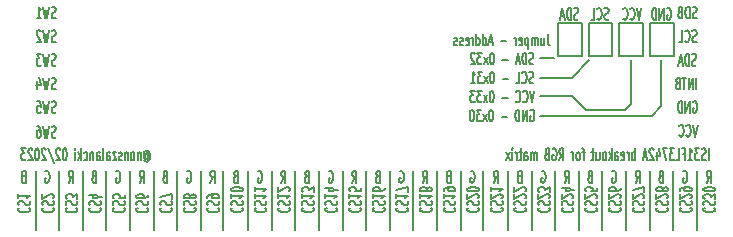
<source format=gbo>
G04 #@! TF.GenerationSoftware,KiCad,Pcbnew,(6.0.10)*
G04 #@! TF.CreationDate,2023-02-04T17:17:42+01:00*
G04 #@! TF.ProjectId,Lumissil_IS31FL3742A_breakout,4c756d69-7373-4696-9c5f-49533331464c,rev?*
G04 #@! TF.SameCoordinates,Original*
G04 #@! TF.FileFunction,Legend,Bot*
G04 #@! TF.FilePolarity,Positive*
%FSLAX46Y46*%
G04 Gerber Fmt 4.6, Leading zero omitted, Abs format (unit mm)*
G04 Created by KiCad (PCBNEW (6.0.10)) date 2023-02-04 17:17:42*
%MOMM*%
%LPD*%
G01*
G04 APERTURE LIST*
G04 Aperture macros list*
%AMFreePoly0*
4,1,6,1.000000,0.000000,0.500000,-0.750000,-0.500000,-0.750000,-0.500000,0.750000,0.500000,0.750000,1.000000,0.000000,1.000000,0.000000,$1*%
%AMFreePoly1*
4,1,6,0.500000,-0.750000,-0.650000,-0.750000,-0.150000,0.000000,-0.650000,0.750000,0.500000,0.750000,0.500000,-0.750000,0.500000,-0.750000,$1*%
G04 Aperture macros list end*
%ADD10C,0.150000*%
%ADD11C,0.153000*%
%ADD12C,1.350000*%
%ADD13O,1.350000X1.350000*%
%ADD14C,2.200000*%
%ADD15FreePoly0,90.000000*%
%ADD16FreePoly1,90.000000*%
G04 APERTURE END LIST*
D10*
X73292857Y-48476190D02*
X73321428Y-48428571D01*
X73378571Y-48380952D01*
X73435714Y-48380952D01*
X73492857Y-48428571D01*
X73521428Y-48476190D01*
X73550000Y-48571428D01*
X73550000Y-48666666D01*
X73521428Y-48761904D01*
X73492857Y-48809523D01*
X73435714Y-48857142D01*
X73378571Y-48857142D01*
X73321428Y-48809523D01*
X73292857Y-48761904D01*
X73292857Y-48380952D02*
X73292857Y-48761904D01*
X73264285Y-48809523D01*
X73235714Y-48809523D01*
X73178571Y-48761904D01*
X73150000Y-48666666D01*
X73150000Y-48428571D01*
X73207142Y-48285714D01*
X73292857Y-48190476D01*
X73407142Y-48142857D01*
X73521428Y-48190476D01*
X73607142Y-48285714D01*
X73664285Y-48428571D01*
X73692857Y-48619047D01*
X73664285Y-48809523D01*
X73607142Y-48952380D01*
X73521428Y-49047619D01*
X73407142Y-49095238D01*
X73292857Y-49047619D01*
X73207142Y-48952380D01*
X72892857Y-48285714D02*
X72892857Y-48952380D01*
X72892857Y-48380952D02*
X72864285Y-48333333D01*
X72807142Y-48285714D01*
X72721428Y-48285714D01*
X72664285Y-48333333D01*
X72635714Y-48428571D01*
X72635714Y-48952380D01*
X72264285Y-48952380D02*
X72321428Y-48904761D01*
X72350000Y-48857142D01*
X72378571Y-48761904D01*
X72378571Y-48476190D01*
X72350000Y-48380952D01*
X72321428Y-48333333D01*
X72264285Y-48285714D01*
X72178571Y-48285714D01*
X72121428Y-48333333D01*
X72092857Y-48380952D01*
X72064285Y-48476190D01*
X72064285Y-48761904D01*
X72092857Y-48857142D01*
X72121428Y-48904761D01*
X72178571Y-48952380D01*
X72264285Y-48952380D01*
X71807142Y-48285714D02*
X71807142Y-48952380D01*
X71807142Y-48380952D02*
X71778571Y-48333333D01*
X71721428Y-48285714D01*
X71635714Y-48285714D01*
X71578571Y-48333333D01*
X71550000Y-48428571D01*
X71550000Y-48952380D01*
X71292857Y-48904761D02*
X71235714Y-48952380D01*
X71121428Y-48952380D01*
X71064285Y-48904761D01*
X71035714Y-48809523D01*
X71035714Y-48761904D01*
X71064285Y-48666666D01*
X71121428Y-48619047D01*
X71207142Y-48619047D01*
X71264285Y-48571428D01*
X71292857Y-48476190D01*
X71292857Y-48428571D01*
X71264285Y-48333333D01*
X71207142Y-48285714D01*
X71121428Y-48285714D01*
X71064285Y-48333333D01*
X70835714Y-48285714D02*
X70521428Y-48285714D01*
X70835714Y-48952380D01*
X70521428Y-48952380D01*
X70035714Y-48952380D02*
X70035714Y-48428571D01*
X70064285Y-48333333D01*
X70121428Y-48285714D01*
X70235714Y-48285714D01*
X70292857Y-48333333D01*
X70035714Y-48904761D02*
X70092857Y-48952380D01*
X70235714Y-48952380D01*
X70292857Y-48904761D01*
X70321428Y-48809523D01*
X70321428Y-48714285D01*
X70292857Y-48619047D01*
X70235714Y-48571428D01*
X70092857Y-48571428D01*
X70035714Y-48523809D01*
X69664285Y-48952380D02*
X69721428Y-48904761D01*
X69750000Y-48809523D01*
X69750000Y-47952380D01*
X69178571Y-48952380D02*
X69178571Y-48428571D01*
X69207142Y-48333333D01*
X69264285Y-48285714D01*
X69378571Y-48285714D01*
X69435714Y-48333333D01*
X69178571Y-48904761D02*
X69235714Y-48952380D01*
X69378571Y-48952380D01*
X69435714Y-48904761D01*
X69464285Y-48809523D01*
X69464285Y-48714285D01*
X69435714Y-48619047D01*
X69378571Y-48571428D01*
X69235714Y-48571428D01*
X69178571Y-48523809D01*
X68892857Y-48285714D02*
X68892857Y-48952380D01*
X68892857Y-48380952D02*
X68864285Y-48333333D01*
X68807142Y-48285714D01*
X68721428Y-48285714D01*
X68664285Y-48333333D01*
X68635714Y-48428571D01*
X68635714Y-48952380D01*
X68092857Y-48904761D02*
X68150000Y-48952380D01*
X68264285Y-48952380D01*
X68321428Y-48904761D01*
X68350000Y-48857142D01*
X68378571Y-48761904D01*
X68378571Y-48476190D01*
X68350000Y-48380952D01*
X68321428Y-48333333D01*
X68264285Y-48285714D01*
X68150000Y-48285714D01*
X68092857Y-48333333D01*
X67835714Y-48952380D02*
X67835714Y-47952380D01*
X67778571Y-48571428D02*
X67607142Y-48952380D01*
X67607142Y-48285714D02*
X67835714Y-48666666D01*
X67350000Y-48952380D02*
X67350000Y-48285714D01*
X67350000Y-47952380D02*
X67378571Y-48000000D01*
X67350000Y-48047619D01*
X67321428Y-48000000D01*
X67350000Y-47952380D01*
X67350000Y-48047619D01*
X66492857Y-47952380D02*
X66435714Y-47952380D01*
X66378571Y-48000000D01*
X66350000Y-48047619D01*
X66321428Y-48142857D01*
X66292857Y-48333333D01*
X66292857Y-48571428D01*
X66321428Y-48761904D01*
X66350000Y-48857142D01*
X66378571Y-48904761D01*
X66435714Y-48952380D01*
X66492857Y-48952380D01*
X66550000Y-48904761D01*
X66578571Y-48857142D01*
X66607142Y-48761904D01*
X66635714Y-48571428D01*
X66635714Y-48333333D01*
X66607142Y-48142857D01*
X66578571Y-48047619D01*
X66550000Y-48000000D01*
X66492857Y-47952380D01*
X66064285Y-48047619D02*
X66035714Y-48000000D01*
X65978571Y-47952380D01*
X65835714Y-47952380D01*
X65778571Y-48000000D01*
X65750000Y-48047619D01*
X65721428Y-48142857D01*
X65721428Y-48238095D01*
X65750000Y-48380952D01*
X66092857Y-48952380D01*
X65721428Y-48952380D01*
X65035714Y-47904761D02*
X65550000Y-49190476D01*
X64864285Y-48047619D02*
X64835714Y-48000000D01*
X64778571Y-47952380D01*
X64635714Y-47952380D01*
X64578571Y-48000000D01*
X64550000Y-48047619D01*
X64521428Y-48142857D01*
X64521428Y-48238095D01*
X64550000Y-48380952D01*
X64892857Y-48952380D01*
X64521428Y-48952380D01*
X64150000Y-47952380D02*
X64092857Y-47952380D01*
X64035714Y-48000000D01*
X64007142Y-48047619D01*
X63978571Y-48142857D01*
X63950000Y-48333333D01*
X63950000Y-48571428D01*
X63978571Y-48761904D01*
X64007142Y-48857142D01*
X64035714Y-48904761D01*
X64092857Y-48952380D01*
X64150000Y-48952380D01*
X64207142Y-48904761D01*
X64235714Y-48857142D01*
X64264285Y-48761904D01*
X64292857Y-48571428D01*
X64292857Y-48333333D01*
X64264285Y-48142857D01*
X64235714Y-48047619D01*
X64207142Y-48000000D01*
X64150000Y-47952380D01*
X63721428Y-48047619D02*
X63692857Y-48000000D01*
X63635714Y-47952380D01*
X63492857Y-47952380D01*
X63435714Y-48000000D01*
X63407142Y-48047619D01*
X63378571Y-48142857D01*
X63378571Y-48238095D01*
X63407142Y-48380952D01*
X63750000Y-48952380D01*
X63378571Y-48952380D01*
X63178571Y-47952380D02*
X62807142Y-47952380D01*
X63007142Y-48333333D01*
X62921428Y-48333333D01*
X62864285Y-48380952D01*
X62835714Y-48428571D01*
X62807142Y-48523809D01*
X62807142Y-48761904D01*
X62835714Y-48857142D01*
X62864285Y-48904761D01*
X62921428Y-48952380D01*
X63092857Y-48952380D01*
X63150000Y-48904761D01*
X63178571Y-48857142D01*
X121009642Y-48952380D02*
X121009642Y-47952380D01*
X120752500Y-48904761D02*
X120666785Y-48952380D01*
X120523928Y-48952380D01*
X120466785Y-48904761D01*
X120438214Y-48857142D01*
X120409642Y-48761904D01*
X120409642Y-48666666D01*
X120438214Y-48571428D01*
X120466785Y-48523809D01*
X120523928Y-48476190D01*
X120638214Y-48428571D01*
X120695357Y-48380952D01*
X120723928Y-48333333D01*
X120752500Y-48238095D01*
X120752500Y-48142857D01*
X120723928Y-48047619D01*
X120695357Y-48000000D01*
X120638214Y-47952380D01*
X120495357Y-47952380D01*
X120409642Y-48000000D01*
X120209642Y-47952380D02*
X119838214Y-47952380D01*
X120038214Y-48333333D01*
X119952500Y-48333333D01*
X119895357Y-48380952D01*
X119866785Y-48428571D01*
X119838214Y-48523809D01*
X119838214Y-48761904D01*
X119866785Y-48857142D01*
X119895357Y-48904761D01*
X119952500Y-48952380D01*
X120123928Y-48952380D01*
X120181071Y-48904761D01*
X120209642Y-48857142D01*
X119266785Y-48952380D02*
X119609642Y-48952380D01*
X119438214Y-48952380D02*
X119438214Y-47952380D01*
X119495357Y-48095238D01*
X119552500Y-48190476D01*
X119609642Y-48238095D01*
X118809642Y-48428571D02*
X119009642Y-48428571D01*
X119009642Y-48952380D02*
X119009642Y-47952380D01*
X118723928Y-47952380D01*
X118209642Y-48952380D02*
X118495357Y-48952380D01*
X118495357Y-47952380D01*
X118066785Y-47952380D02*
X117695357Y-47952380D01*
X117895357Y-48333333D01*
X117809642Y-48333333D01*
X117752500Y-48380952D01*
X117723928Y-48428571D01*
X117695357Y-48523809D01*
X117695357Y-48761904D01*
X117723928Y-48857142D01*
X117752500Y-48904761D01*
X117809642Y-48952380D01*
X117981071Y-48952380D01*
X118038214Y-48904761D01*
X118066785Y-48857142D01*
X117495357Y-47952380D02*
X117095357Y-47952380D01*
X117352500Y-48952380D01*
X116609642Y-48285714D02*
X116609642Y-48952380D01*
X116752500Y-47904761D02*
X116895357Y-48619047D01*
X116523928Y-48619047D01*
X116323928Y-48047619D02*
X116295357Y-48000000D01*
X116238214Y-47952380D01*
X116095357Y-47952380D01*
X116038214Y-48000000D01*
X116009642Y-48047619D01*
X115981071Y-48142857D01*
X115981071Y-48238095D01*
X116009642Y-48380952D01*
X116352500Y-48952380D01*
X115981071Y-48952380D01*
X115752500Y-48666666D02*
X115466785Y-48666666D01*
X115809642Y-48952380D02*
X115609642Y-47952380D01*
X115409642Y-48952380D01*
X114752500Y-48952380D02*
X114752500Y-47952380D01*
X114752500Y-48333333D02*
X114695357Y-48285714D01*
X114581071Y-48285714D01*
X114523928Y-48333333D01*
X114495357Y-48380952D01*
X114466785Y-48476190D01*
X114466785Y-48761904D01*
X114495357Y-48857142D01*
X114523928Y-48904761D01*
X114581071Y-48952380D01*
X114695357Y-48952380D01*
X114752500Y-48904761D01*
X114209642Y-48952380D02*
X114209642Y-48285714D01*
X114209642Y-48476190D02*
X114181071Y-48380952D01*
X114152500Y-48333333D01*
X114095357Y-48285714D01*
X114038214Y-48285714D01*
X113609642Y-48904761D02*
X113666785Y-48952380D01*
X113781071Y-48952380D01*
X113838214Y-48904761D01*
X113866785Y-48809523D01*
X113866785Y-48428571D01*
X113838214Y-48333333D01*
X113781071Y-48285714D01*
X113666785Y-48285714D01*
X113609642Y-48333333D01*
X113581071Y-48428571D01*
X113581071Y-48523809D01*
X113866785Y-48619047D01*
X113066785Y-48952380D02*
X113066785Y-48428571D01*
X113095357Y-48333333D01*
X113152500Y-48285714D01*
X113266785Y-48285714D01*
X113323928Y-48333333D01*
X113066785Y-48904761D02*
X113123928Y-48952380D01*
X113266785Y-48952380D01*
X113323928Y-48904761D01*
X113352500Y-48809523D01*
X113352500Y-48714285D01*
X113323928Y-48619047D01*
X113266785Y-48571428D01*
X113123928Y-48571428D01*
X113066785Y-48523809D01*
X112781071Y-48952380D02*
X112781071Y-47952380D01*
X112723928Y-48571428D02*
X112552500Y-48952380D01*
X112552500Y-48285714D02*
X112781071Y-48666666D01*
X112209642Y-48952380D02*
X112266785Y-48904761D01*
X112295357Y-48857142D01*
X112323928Y-48761904D01*
X112323928Y-48476190D01*
X112295357Y-48380952D01*
X112266785Y-48333333D01*
X112209642Y-48285714D01*
X112123928Y-48285714D01*
X112066785Y-48333333D01*
X112038214Y-48380952D01*
X112009642Y-48476190D01*
X112009642Y-48761904D01*
X112038214Y-48857142D01*
X112066785Y-48904761D01*
X112123928Y-48952380D01*
X112209642Y-48952380D01*
X111495357Y-48285714D02*
X111495357Y-48952380D01*
X111752500Y-48285714D02*
X111752500Y-48809523D01*
X111723928Y-48904761D01*
X111666785Y-48952380D01*
X111581071Y-48952380D01*
X111523928Y-48904761D01*
X111495357Y-48857142D01*
X111295357Y-48285714D02*
X111066785Y-48285714D01*
X111209642Y-47952380D02*
X111209642Y-48809523D01*
X111181071Y-48904761D01*
X111123928Y-48952380D01*
X111066785Y-48952380D01*
X110495357Y-48285714D02*
X110266785Y-48285714D01*
X110409642Y-48952380D02*
X110409642Y-48095238D01*
X110381071Y-48000000D01*
X110323928Y-47952380D01*
X110266785Y-47952380D01*
X109981071Y-48952380D02*
X110038214Y-48904761D01*
X110066785Y-48857142D01*
X110095357Y-48761904D01*
X110095357Y-48476190D01*
X110066785Y-48380952D01*
X110038214Y-48333333D01*
X109981071Y-48285714D01*
X109895357Y-48285714D01*
X109838214Y-48333333D01*
X109809642Y-48380952D01*
X109781071Y-48476190D01*
X109781071Y-48761904D01*
X109809642Y-48857142D01*
X109838214Y-48904761D01*
X109895357Y-48952380D01*
X109981071Y-48952380D01*
X109523928Y-48952380D02*
X109523928Y-48285714D01*
X109523928Y-48476190D02*
X109495357Y-48380952D01*
X109466785Y-48333333D01*
X109409642Y-48285714D01*
X109352500Y-48285714D01*
X108352500Y-48952380D02*
X108552500Y-48476190D01*
X108695357Y-48952380D02*
X108695357Y-47952380D01*
X108466785Y-47952380D01*
X108409642Y-48000000D01*
X108381071Y-48047619D01*
X108352500Y-48142857D01*
X108352500Y-48285714D01*
X108381071Y-48380952D01*
X108409642Y-48428571D01*
X108466785Y-48476190D01*
X108695357Y-48476190D01*
X107781071Y-48000000D02*
X107838214Y-47952380D01*
X107923928Y-47952380D01*
X108009642Y-48000000D01*
X108066785Y-48095238D01*
X108095357Y-48190476D01*
X108123928Y-48380952D01*
X108123928Y-48523809D01*
X108095357Y-48714285D01*
X108066785Y-48809523D01*
X108009642Y-48904761D01*
X107923928Y-48952380D01*
X107866785Y-48952380D01*
X107781071Y-48904761D01*
X107752500Y-48857142D01*
X107752500Y-48523809D01*
X107866785Y-48523809D01*
X107295357Y-48428571D02*
X107209642Y-48476190D01*
X107181071Y-48523809D01*
X107152500Y-48619047D01*
X107152500Y-48761904D01*
X107181071Y-48857142D01*
X107209642Y-48904761D01*
X107266785Y-48952380D01*
X107495357Y-48952380D01*
X107495357Y-47952380D01*
X107295357Y-47952380D01*
X107238214Y-48000000D01*
X107209642Y-48047619D01*
X107181071Y-48142857D01*
X107181071Y-48238095D01*
X107209642Y-48333333D01*
X107238214Y-48380952D01*
X107295357Y-48428571D01*
X107495357Y-48428571D01*
X106438214Y-48952380D02*
X106438214Y-48285714D01*
X106438214Y-48380952D02*
X106409642Y-48333333D01*
X106352500Y-48285714D01*
X106266785Y-48285714D01*
X106209642Y-48333333D01*
X106181071Y-48428571D01*
X106181071Y-48952380D01*
X106181071Y-48428571D02*
X106152500Y-48333333D01*
X106095357Y-48285714D01*
X106009642Y-48285714D01*
X105952500Y-48333333D01*
X105923928Y-48428571D01*
X105923928Y-48952380D01*
X105381071Y-48952380D02*
X105381071Y-48428571D01*
X105409642Y-48333333D01*
X105466785Y-48285714D01*
X105581071Y-48285714D01*
X105638214Y-48333333D01*
X105381071Y-48904761D02*
X105438214Y-48952380D01*
X105581071Y-48952380D01*
X105638214Y-48904761D01*
X105666785Y-48809523D01*
X105666785Y-48714285D01*
X105638214Y-48619047D01*
X105581071Y-48571428D01*
X105438214Y-48571428D01*
X105381071Y-48523809D01*
X105181071Y-48285714D02*
X104952500Y-48285714D01*
X105095357Y-47952380D02*
X105095357Y-48809523D01*
X105066785Y-48904761D01*
X105009642Y-48952380D01*
X104952500Y-48952380D01*
X104752500Y-48952380D02*
X104752500Y-48285714D01*
X104752500Y-48476190D02*
X104723928Y-48380952D01*
X104695357Y-48333333D01*
X104638214Y-48285714D01*
X104581071Y-48285714D01*
X104381071Y-48952380D02*
X104381071Y-48285714D01*
X104381071Y-47952380D02*
X104409642Y-48000000D01*
X104381071Y-48047619D01*
X104352500Y-48000000D01*
X104381071Y-47952380D01*
X104381071Y-48047619D01*
X104152500Y-48952380D02*
X103838214Y-48285714D01*
X104152500Y-48285714D02*
X103838214Y-48952380D01*
D11*
X110600000Y-44700000D02*
X113900000Y-44700000D01*
X118000000Y-49900000D02*
X118000000Y-54900000D01*
X100000000Y-49900000D02*
X100000000Y-54900000D01*
X76000000Y-49900000D02*
X76000000Y-54900000D01*
X68000000Y-49900000D02*
X68000000Y-54900000D01*
X101900000Y-49900000D02*
X101900000Y-54900000D01*
X113900000Y-44700000D02*
X114400000Y-44200000D01*
X110000000Y-49900000D02*
X110000000Y-54900000D01*
X70000000Y-49900000D02*
X70000000Y-54900000D01*
X104000000Y-49900000D02*
X104000000Y-54900000D01*
X109400000Y-43500000D02*
X110600000Y-44700000D01*
X106000000Y-49900000D02*
X106000000Y-54900000D01*
X116200000Y-45200000D02*
X117000000Y-44400000D01*
X92000000Y-49900000D02*
X92000000Y-54900000D01*
X106700000Y-43500000D02*
X109400000Y-43500000D01*
X72000000Y-49900000D02*
X72000000Y-54900000D01*
X64000000Y-49900000D02*
X64000000Y-54900000D01*
X84000000Y-49900000D02*
X84000000Y-54900000D01*
X74000000Y-49900000D02*
X74000000Y-54900000D01*
X90000000Y-49900000D02*
X90000000Y-54900000D01*
X106700000Y-45200000D02*
X116200000Y-45200000D01*
X106700000Y-42000000D02*
X109400000Y-42000000D01*
X98000000Y-49900000D02*
X98000000Y-54900000D01*
X108000000Y-49900000D02*
X108000000Y-54900000D01*
X66000000Y-49900000D02*
X66000000Y-54900000D01*
X114400000Y-44200000D02*
X114400000Y-40500000D01*
X86000000Y-49900000D02*
X86000000Y-54900000D01*
X94000000Y-49900000D02*
X94000000Y-54900000D01*
X109400000Y-42000000D02*
X110900000Y-40500000D01*
X114000000Y-49900000D02*
X114000000Y-54900000D01*
X116000000Y-49900000D02*
X116000000Y-54900000D01*
X96000000Y-49900000D02*
X96000000Y-54900000D01*
X79900000Y-49900000D02*
X79900000Y-54900000D01*
X82000000Y-49900000D02*
X82000000Y-54900000D01*
X88000000Y-49900000D02*
X88000000Y-54900000D01*
X117000000Y-44400000D02*
X117000000Y-40500000D01*
X120000000Y-49900000D02*
X120000000Y-54900000D01*
X106700000Y-40300000D02*
X107900000Y-40300000D01*
X78000000Y-49900000D02*
X78000000Y-54900000D01*
X112000000Y-49900000D02*
X112000000Y-54900000D01*
D10*
X119942857Y-42952380D02*
X119942857Y-41952380D01*
X119657142Y-42952380D02*
X119657142Y-41952380D01*
X119314285Y-42952380D01*
X119314285Y-41952380D01*
X119114285Y-41952380D02*
X118771428Y-41952380D01*
X118942857Y-42952380D02*
X118942857Y-41952380D01*
X118371428Y-42428571D02*
X118285714Y-42476190D01*
X118257142Y-42523809D01*
X118228571Y-42619047D01*
X118228571Y-42761904D01*
X118257142Y-42857142D01*
X118285714Y-42904761D01*
X118342857Y-42952380D01*
X118571428Y-42952380D01*
X118571428Y-41952380D01*
X118371428Y-41952380D01*
X118314285Y-42000000D01*
X118285714Y-42047619D01*
X118257142Y-42142857D01*
X118257142Y-42238095D01*
X118285714Y-42333333D01*
X118314285Y-42380952D01*
X118371428Y-42428571D01*
X118571428Y-42428571D01*
X65700000Y-40904761D02*
X65614285Y-40952380D01*
X65471428Y-40952380D01*
X65414285Y-40904761D01*
X65385714Y-40857142D01*
X65357142Y-40761904D01*
X65357142Y-40666666D01*
X65385714Y-40571428D01*
X65414285Y-40523809D01*
X65471428Y-40476190D01*
X65585714Y-40428571D01*
X65642857Y-40380952D01*
X65671428Y-40333333D01*
X65700000Y-40238095D01*
X65700000Y-40142857D01*
X65671428Y-40047619D01*
X65642857Y-40000000D01*
X65585714Y-39952380D01*
X65442857Y-39952380D01*
X65357142Y-40000000D01*
X65157142Y-39952380D02*
X65014285Y-40952380D01*
X64900000Y-40238095D01*
X64785714Y-40952380D01*
X64642857Y-39952380D01*
X64471428Y-39952380D02*
X64100000Y-39952380D01*
X64300000Y-40333333D01*
X64214285Y-40333333D01*
X64157142Y-40380952D01*
X64128571Y-40428571D01*
X64100000Y-40523809D01*
X64100000Y-40761904D01*
X64128571Y-40857142D01*
X64157142Y-40904761D01*
X64214285Y-40952380D01*
X64385714Y-40952380D01*
X64442857Y-40904761D01*
X64471428Y-40857142D01*
X65700000Y-44904761D02*
X65614285Y-44952380D01*
X65471428Y-44952380D01*
X65414285Y-44904761D01*
X65385714Y-44857142D01*
X65357142Y-44761904D01*
X65357142Y-44666666D01*
X65385714Y-44571428D01*
X65414285Y-44523809D01*
X65471428Y-44476190D01*
X65585714Y-44428571D01*
X65642857Y-44380952D01*
X65671428Y-44333333D01*
X65700000Y-44238095D01*
X65700000Y-44142857D01*
X65671428Y-44047619D01*
X65642857Y-44000000D01*
X65585714Y-43952380D01*
X65442857Y-43952380D01*
X65357142Y-44000000D01*
X65157142Y-43952380D02*
X65014285Y-44952380D01*
X64900000Y-44238095D01*
X64785714Y-44952380D01*
X64642857Y-43952380D01*
X64128571Y-43952380D02*
X64414285Y-43952380D01*
X64442857Y-44428571D01*
X64414285Y-44380952D01*
X64357142Y-44333333D01*
X64214285Y-44333333D01*
X64157142Y-44380952D01*
X64128571Y-44428571D01*
X64100000Y-44523809D01*
X64100000Y-44761904D01*
X64128571Y-44857142D01*
X64157142Y-44904761D01*
X64214285Y-44952380D01*
X64357142Y-44952380D01*
X64414285Y-44904761D01*
X64442857Y-44857142D01*
X65700000Y-47004761D02*
X65614285Y-47052380D01*
X65471428Y-47052380D01*
X65414285Y-47004761D01*
X65385714Y-46957142D01*
X65357142Y-46861904D01*
X65357142Y-46766666D01*
X65385714Y-46671428D01*
X65414285Y-46623809D01*
X65471428Y-46576190D01*
X65585714Y-46528571D01*
X65642857Y-46480952D01*
X65671428Y-46433333D01*
X65700000Y-46338095D01*
X65700000Y-46242857D01*
X65671428Y-46147619D01*
X65642857Y-46100000D01*
X65585714Y-46052380D01*
X65442857Y-46052380D01*
X65357142Y-46100000D01*
X65157142Y-46052380D02*
X65014285Y-47052380D01*
X64900000Y-46338095D01*
X64785714Y-47052380D01*
X64642857Y-46052380D01*
X64157142Y-46052380D02*
X64271428Y-46052380D01*
X64328571Y-46100000D01*
X64357142Y-46147619D01*
X64414285Y-46290476D01*
X64442857Y-46480952D01*
X64442857Y-46861904D01*
X64414285Y-46957142D01*
X64385714Y-47004761D01*
X64328571Y-47052380D01*
X64214285Y-47052380D01*
X64157142Y-47004761D01*
X64128571Y-46957142D01*
X64100000Y-46861904D01*
X64100000Y-46623809D01*
X64128571Y-46528571D01*
X64157142Y-46480952D01*
X64214285Y-46433333D01*
X64328571Y-46433333D01*
X64385714Y-46480952D01*
X64414285Y-46528571D01*
X64442857Y-46623809D01*
X119928571Y-40904761D02*
X119842857Y-40952380D01*
X119700000Y-40952380D01*
X119642857Y-40904761D01*
X119614285Y-40857142D01*
X119585714Y-40761904D01*
X119585714Y-40666666D01*
X119614285Y-40571428D01*
X119642857Y-40523809D01*
X119700000Y-40476190D01*
X119814285Y-40428571D01*
X119871428Y-40380952D01*
X119900000Y-40333333D01*
X119928571Y-40238095D01*
X119928571Y-40142857D01*
X119900000Y-40047619D01*
X119871428Y-40000000D01*
X119814285Y-39952380D01*
X119671428Y-39952380D01*
X119585714Y-40000000D01*
X119328571Y-40952380D02*
X119328571Y-39952380D01*
X119185714Y-39952380D01*
X119100000Y-40000000D01*
X119042857Y-40095238D01*
X119014285Y-40190476D01*
X118985714Y-40380952D01*
X118985714Y-40523809D01*
X119014285Y-40714285D01*
X119042857Y-40809523D01*
X119100000Y-40904761D01*
X119185714Y-40952380D01*
X119328571Y-40952380D01*
X118757142Y-40666666D02*
X118471428Y-40666666D01*
X118814285Y-40952380D02*
X118614285Y-39952380D01*
X118414285Y-40952380D01*
X119971428Y-36904761D02*
X119885714Y-36952380D01*
X119742857Y-36952380D01*
X119685714Y-36904761D01*
X119657142Y-36857142D01*
X119628571Y-36761904D01*
X119628571Y-36666666D01*
X119657142Y-36571428D01*
X119685714Y-36523809D01*
X119742857Y-36476190D01*
X119857142Y-36428571D01*
X119914285Y-36380952D01*
X119942857Y-36333333D01*
X119971428Y-36238095D01*
X119971428Y-36142857D01*
X119942857Y-36047619D01*
X119914285Y-36000000D01*
X119857142Y-35952380D01*
X119714285Y-35952380D01*
X119628571Y-36000000D01*
X119371428Y-36952380D02*
X119371428Y-35952380D01*
X119228571Y-35952380D01*
X119142857Y-36000000D01*
X119085714Y-36095238D01*
X119057142Y-36190476D01*
X119028571Y-36380952D01*
X119028571Y-36523809D01*
X119057142Y-36714285D01*
X119085714Y-36809523D01*
X119142857Y-36904761D01*
X119228571Y-36952380D01*
X119371428Y-36952380D01*
X118571428Y-36428571D02*
X118485714Y-36476190D01*
X118457142Y-36523809D01*
X118428571Y-36619047D01*
X118428571Y-36761904D01*
X118457142Y-36857142D01*
X118485714Y-36904761D01*
X118542857Y-36952380D01*
X118771428Y-36952380D01*
X118771428Y-35952380D01*
X118571428Y-35952380D01*
X118514285Y-36000000D01*
X118485714Y-36047619D01*
X118457142Y-36142857D01*
X118457142Y-36238095D01*
X118485714Y-36333333D01*
X118514285Y-36380952D01*
X118571428Y-36428571D01*
X118771428Y-36428571D01*
X65700000Y-42904761D02*
X65614285Y-42952380D01*
X65471428Y-42952380D01*
X65414285Y-42904761D01*
X65385714Y-42857142D01*
X65357142Y-42761904D01*
X65357142Y-42666666D01*
X65385714Y-42571428D01*
X65414285Y-42523809D01*
X65471428Y-42476190D01*
X65585714Y-42428571D01*
X65642857Y-42380952D01*
X65671428Y-42333333D01*
X65700000Y-42238095D01*
X65700000Y-42142857D01*
X65671428Y-42047619D01*
X65642857Y-42000000D01*
X65585714Y-41952380D01*
X65442857Y-41952380D01*
X65357142Y-42000000D01*
X65157142Y-41952380D02*
X65014285Y-42952380D01*
X64900000Y-42238095D01*
X64785714Y-42952380D01*
X64642857Y-41952380D01*
X64157142Y-42285714D02*
X64157142Y-42952380D01*
X64300000Y-41904761D02*
X64442857Y-42619047D01*
X64071428Y-42619047D01*
X119657142Y-44000000D02*
X119714285Y-43952380D01*
X119800000Y-43952380D01*
X119885714Y-44000000D01*
X119942857Y-44095238D01*
X119971428Y-44190476D01*
X120000000Y-44380952D01*
X120000000Y-44523809D01*
X119971428Y-44714285D01*
X119942857Y-44809523D01*
X119885714Y-44904761D01*
X119800000Y-44952380D01*
X119742857Y-44952380D01*
X119657142Y-44904761D01*
X119628571Y-44857142D01*
X119628571Y-44523809D01*
X119742857Y-44523809D01*
X119371428Y-44952380D02*
X119371428Y-43952380D01*
X119028571Y-44952380D01*
X119028571Y-43952380D01*
X118742857Y-44952380D02*
X118742857Y-43952380D01*
X118600000Y-43952380D01*
X118514285Y-44000000D01*
X118457142Y-44095238D01*
X118428571Y-44190476D01*
X118400000Y-44380952D01*
X118400000Y-44523809D01*
X118428571Y-44714285D01*
X118457142Y-44809523D01*
X118514285Y-44904761D01*
X118600000Y-44952380D01*
X118742857Y-44952380D01*
X65700000Y-38904761D02*
X65614285Y-38952380D01*
X65471428Y-38952380D01*
X65414285Y-38904761D01*
X65385714Y-38857142D01*
X65357142Y-38761904D01*
X65357142Y-38666666D01*
X65385714Y-38571428D01*
X65414285Y-38523809D01*
X65471428Y-38476190D01*
X65585714Y-38428571D01*
X65642857Y-38380952D01*
X65671428Y-38333333D01*
X65700000Y-38238095D01*
X65700000Y-38142857D01*
X65671428Y-38047619D01*
X65642857Y-38000000D01*
X65585714Y-37952380D01*
X65442857Y-37952380D01*
X65357142Y-38000000D01*
X65157142Y-37952380D02*
X65014285Y-38952380D01*
X64900000Y-38238095D01*
X64785714Y-38952380D01*
X64642857Y-37952380D01*
X64442857Y-38047619D02*
X64414285Y-38000000D01*
X64357142Y-37952380D01*
X64214285Y-37952380D01*
X64157142Y-38000000D01*
X64128571Y-38047619D01*
X64100000Y-38142857D01*
X64100000Y-38238095D01*
X64128571Y-38380952D01*
X64471428Y-38952380D01*
X64100000Y-38952380D01*
X107357142Y-38232380D02*
X107357142Y-38946666D01*
X107385714Y-39089523D01*
X107442857Y-39184761D01*
X107528571Y-39232380D01*
X107585714Y-39232380D01*
X106814285Y-38565714D02*
X106814285Y-39232380D01*
X107071428Y-38565714D02*
X107071428Y-39089523D01*
X107042857Y-39184761D01*
X106985714Y-39232380D01*
X106900000Y-39232380D01*
X106842857Y-39184761D01*
X106814285Y-39137142D01*
X106528571Y-39232380D02*
X106528571Y-38565714D01*
X106528571Y-38660952D02*
X106500000Y-38613333D01*
X106442857Y-38565714D01*
X106357142Y-38565714D01*
X106300000Y-38613333D01*
X106271428Y-38708571D01*
X106271428Y-39232380D01*
X106271428Y-38708571D02*
X106242857Y-38613333D01*
X106185714Y-38565714D01*
X106100000Y-38565714D01*
X106042857Y-38613333D01*
X106014285Y-38708571D01*
X106014285Y-39232380D01*
X105728571Y-38565714D02*
X105728571Y-39565714D01*
X105728571Y-38613333D02*
X105671428Y-38565714D01*
X105557142Y-38565714D01*
X105500000Y-38613333D01*
X105471428Y-38660952D01*
X105442857Y-38756190D01*
X105442857Y-39041904D01*
X105471428Y-39137142D01*
X105500000Y-39184761D01*
X105557142Y-39232380D01*
X105671428Y-39232380D01*
X105728571Y-39184761D01*
X104957142Y-39184761D02*
X105014285Y-39232380D01*
X105128571Y-39232380D01*
X105185714Y-39184761D01*
X105214285Y-39089523D01*
X105214285Y-38708571D01*
X105185714Y-38613333D01*
X105128571Y-38565714D01*
X105014285Y-38565714D01*
X104957142Y-38613333D01*
X104928571Y-38708571D01*
X104928571Y-38803809D01*
X105214285Y-38899047D01*
X104671428Y-39232380D02*
X104671428Y-38565714D01*
X104671428Y-38756190D02*
X104642857Y-38660952D01*
X104614285Y-38613333D01*
X104557142Y-38565714D01*
X104500000Y-38565714D01*
X103842857Y-38851428D02*
X103385714Y-38851428D01*
X102671428Y-38946666D02*
X102385714Y-38946666D01*
X102728571Y-39232380D02*
X102528571Y-38232380D01*
X102328571Y-39232380D01*
X101871428Y-39232380D02*
X101871428Y-38232380D01*
X101871428Y-39184761D02*
X101928571Y-39232380D01*
X102042857Y-39232380D01*
X102100000Y-39184761D01*
X102128571Y-39137142D01*
X102157142Y-39041904D01*
X102157142Y-38756190D01*
X102128571Y-38660952D01*
X102100000Y-38613333D01*
X102042857Y-38565714D01*
X101928571Y-38565714D01*
X101871428Y-38613333D01*
X101328571Y-39232380D02*
X101328571Y-38232380D01*
X101328571Y-39184761D02*
X101385714Y-39232380D01*
X101500000Y-39232380D01*
X101557142Y-39184761D01*
X101585714Y-39137142D01*
X101614285Y-39041904D01*
X101614285Y-38756190D01*
X101585714Y-38660952D01*
X101557142Y-38613333D01*
X101500000Y-38565714D01*
X101385714Y-38565714D01*
X101328571Y-38613333D01*
X101042857Y-39232380D02*
X101042857Y-38565714D01*
X101042857Y-38756190D02*
X101014285Y-38660952D01*
X100985714Y-38613333D01*
X100928571Y-38565714D01*
X100871428Y-38565714D01*
X100442857Y-39184761D02*
X100500000Y-39232380D01*
X100614285Y-39232380D01*
X100671428Y-39184761D01*
X100700000Y-39089523D01*
X100700000Y-38708571D01*
X100671428Y-38613333D01*
X100614285Y-38565714D01*
X100500000Y-38565714D01*
X100442857Y-38613333D01*
X100414285Y-38708571D01*
X100414285Y-38803809D01*
X100700000Y-38899047D01*
X100185714Y-39184761D02*
X100128571Y-39232380D01*
X100014285Y-39232380D01*
X99957142Y-39184761D01*
X99928571Y-39089523D01*
X99928571Y-39041904D01*
X99957142Y-38946666D01*
X100014285Y-38899047D01*
X100100000Y-38899047D01*
X100157142Y-38851428D01*
X100185714Y-38756190D01*
X100185714Y-38708571D01*
X100157142Y-38613333D01*
X100100000Y-38565714D01*
X100014285Y-38565714D01*
X99957142Y-38613333D01*
X99700000Y-39184761D02*
X99642857Y-39232380D01*
X99528571Y-39232380D01*
X99471428Y-39184761D01*
X99442857Y-39089523D01*
X99442857Y-39041904D01*
X99471428Y-38946666D01*
X99528571Y-38899047D01*
X99614285Y-38899047D01*
X99671428Y-38851428D01*
X99700000Y-38756190D01*
X99700000Y-38708571D01*
X99671428Y-38613333D01*
X99614285Y-38565714D01*
X99528571Y-38565714D01*
X99471428Y-38613333D01*
X106157142Y-40794761D02*
X106071428Y-40842380D01*
X105928571Y-40842380D01*
X105871428Y-40794761D01*
X105842857Y-40747142D01*
X105814285Y-40651904D01*
X105814285Y-40556666D01*
X105842857Y-40461428D01*
X105871428Y-40413809D01*
X105928571Y-40366190D01*
X106042857Y-40318571D01*
X106100000Y-40270952D01*
X106128571Y-40223333D01*
X106157142Y-40128095D01*
X106157142Y-40032857D01*
X106128571Y-39937619D01*
X106100000Y-39890000D01*
X106042857Y-39842380D01*
X105900000Y-39842380D01*
X105814285Y-39890000D01*
X105557142Y-40842380D02*
X105557142Y-39842380D01*
X105414285Y-39842380D01*
X105328571Y-39890000D01*
X105271428Y-39985238D01*
X105242857Y-40080476D01*
X105214285Y-40270952D01*
X105214285Y-40413809D01*
X105242857Y-40604285D01*
X105271428Y-40699523D01*
X105328571Y-40794761D01*
X105414285Y-40842380D01*
X105557142Y-40842380D01*
X104985714Y-40556666D02*
X104700000Y-40556666D01*
X105042857Y-40842380D02*
X104842857Y-39842380D01*
X104642857Y-40842380D01*
X103985714Y-40461428D02*
X103528571Y-40461428D01*
X102671428Y-39842380D02*
X102614285Y-39842380D01*
X102557142Y-39890000D01*
X102528571Y-39937619D01*
X102500000Y-40032857D01*
X102471428Y-40223333D01*
X102471428Y-40461428D01*
X102500000Y-40651904D01*
X102528571Y-40747142D01*
X102557142Y-40794761D01*
X102614285Y-40842380D01*
X102671428Y-40842380D01*
X102728571Y-40794761D01*
X102757142Y-40747142D01*
X102785714Y-40651904D01*
X102814285Y-40461428D01*
X102814285Y-40223333D01*
X102785714Y-40032857D01*
X102757142Y-39937619D01*
X102728571Y-39890000D01*
X102671428Y-39842380D01*
X102271428Y-40842380D02*
X101957142Y-40175714D01*
X102271428Y-40175714D02*
X101957142Y-40842380D01*
X101785714Y-39842380D02*
X101414285Y-39842380D01*
X101614285Y-40223333D01*
X101528571Y-40223333D01*
X101471428Y-40270952D01*
X101442857Y-40318571D01*
X101414285Y-40413809D01*
X101414285Y-40651904D01*
X101442857Y-40747142D01*
X101471428Y-40794761D01*
X101528571Y-40842380D01*
X101700000Y-40842380D01*
X101757142Y-40794761D01*
X101785714Y-40747142D01*
X101185714Y-39937619D02*
X101157142Y-39890000D01*
X101100000Y-39842380D01*
X100957142Y-39842380D01*
X100900000Y-39890000D01*
X100871428Y-39937619D01*
X100842857Y-40032857D01*
X100842857Y-40128095D01*
X100871428Y-40270952D01*
X101214285Y-40842380D01*
X100842857Y-40842380D01*
X106142857Y-42404761D02*
X106057142Y-42452380D01*
X105914285Y-42452380D01*
X105857142Y-42404761D01*
X105828571Y-42357142D01*
X105800000Y-42261904D01*
X105800000Y-42166666D01*
X105828571Y-42071428D01*
X105857142Y-42023809D01*
X105914285Y-41976190D01*
X106028571Y-41928571D01*
X106085714Y-41880952D01*
X106114285Y-41833333D01*
X106142857Y-41738095D01*
X106142857Y-41642857D01*
X106114285Y-41547619D01*
X106085714Y-41500000D01*
X106028571Y-41452380D01*
X105885714Y-41452380D01*
X105800000Y-41500000D01*
X105200000Y-42357142D02*
X105228571Y-42404761D01*
X105314285Y-42452380D01*
X105371428Y-42452380D01*
X105457142Y-42404761D01*
X105514285Y-42309523D01*
X105542857Y-42214285D01*
X105571428Y-42023809D01*
X105571428Y-41880952D01*
X105542857Y-41690476D01*
X105514285Y-41595238D01*
X105457142Y-41500000D01*
X105371428Y-41452380D01*
X105314285Y-41452380D01*
X105228571Y-41500000D01*
X105200000Y-41547619D01*
X104657142Y-42452380D02*
X104942857Y-42452380D01*
X104942857Y-41452380D01*
X104000000Y-42071428D02*
X103542857Y-42071428D01*
X102685714Y-41452380D02*
X102628571Y-41452380D01*
X102571428Y-41500000D01*
X102542857Y-41547619D01*
X102514285Y-41642857D01*
X102485714Y-41833333D01*
X102485714Y-42071428D01*
X102514285Y-42261904D01*
X102542857Y-42357142D01*
X102571428Y-42404761D01*
X102628571Y-42452380D01*
X102685714Y-42452380D01*
X102742857Y-42404761D01*
X102771428Y-42357142D01*
X102800000Y-42261904D01*
X102828571Y-42071428D01*
X102828571Y-41833333D01*
X102800000Y-41642857D01*
X102771428Y-41547619D01*
X102742857Y-41500000D01*
X102685714Y-41452380D01*
X102285714Y-42452380D02*
X101971428Y-41785714D01*
X102285714Y-41785714D02*
X101971428Y-42452380D01*
X101800000Y-41452380D02*
X101428571Y-41452380D01*
X101628571Y-41833333D01*
X101542857Y-41833333D01*
X101485714Y-41880952D01*
X101457142Y-41928571D01*
X101428571Y-42023809D01*
X101428571Y-42261904D01*
X101457142Y-42357142D01*
X101485714Y-42404761D01*
X101542857Y-42452380D01*
X101714285Y-42452380D01*
X101771428Y-42404761D01*
X101800000Y-42357142D01*
X100857142Y-42452380D02*
X101200000Y-42452380D01*
X101028571Y-42452380D02*
X101028571Y-41452380D01*
X101085714Y-41595238D01*
X101142857Y-41690476D01*
X101200000Y-41738095D01*
X106228571Y-43062380D02*
X106028571Y-44062380D01*
X105828571Y-43062380D01*
X105285714Y-43967142D02*
X105314285Y-44014761D01*
X105400000Y-44062380D01*
X105457142Y-44062380D01*
X105542857Y-44014761D01*
X105600000Y-43919523D01*
X105628571Y-43824285D01*
X105657142Y-43633809D01*
X105657142Y-43490952D01*
X105628571Y-43300476D01*
X105600000Y-43205238D01*
X105542857Y-43110000D01*
X105457142Y-43062380D01*
X105400000Y-43062380D01*
X105314285Y-43110000D01*
X105285714Y-43157619D01*
X104685714Y-43967142D02*
X104714285Y-44014761D01*
X104800000Y-44062380D01*
X104857142Y-44062380D01*
X104942857Y-44014761D01*
X105000000Y-43919523D01*
X105028571Y-43824285D01*
X105057142Y-43633809D01*
X105057142Y-43490952D01*
X105028571Y-43300476D01*
X105000000Y-43205238D01*
X104942857Y-43110000D01*
X104857142Y-43062380D01*
X104800000Y-43062380D01*
X104714285Y-43110000D01*
X104685714Y-43157619D01*
X103971428Y-43681428D02*
X103514285Y-43681428D01*
X102657142Y-43062380D02*
X102600000Y-43062380D01*
X102542857Y-43110000D01*
X102514285Y-43157619D01*
X102485714Y-43252857D01*
X102457142Y-43443333D01*
X102457142Y-43681428D01*
X102485714Y-43871904D01*
X102514285Y-43967142D01*
X102542857Y-44014761D01*
X102600000Y-44062380D01*
X102657142Y-44062380D01*
X102714285Y-44014761D01*
X102742857Y-43967142D01*
X102771428Y-43871904D01*
X102800000Y-43681428D01*
X102800000Y-43443333D01*
X102771428Y-43252857D01*
X102742857Y-43157619D01*
X102714285Y-43110000D01*
X102657142Y-43062380D01*
X102257142Y-44062380D02*
X101942857Y-43395714D01*
X102257142Y-43395714D02*
X101942857Y-44062380D01*
X101771428Y-43062380D02*
X101400000Y-43062380D01*
X101600000Y-43443333D01*
X101514285Y-43443333D01*
X101457142Y-43490952D01*
X101428571Y-43538571D01*
X101400000Y-43633809D01*
X101400000Y-43871904D01*
X101428571Y-43967142D01*
X101457142Y-44014761D01*
X101514285Y-44062380D01*
X101685714Y-44062380D01*
X101742857Y-44014761D01*
X101771428Y-43967142D01*
X101200000Y-43062380D02*
X100828571Y-43062380D01*
X101028571Y-43443333D01*
X100942857Y-43443333D01*
X100885714Y-43490952D01*
X100857142Y-43538571D01*
X100828571Y-43633809D01*
X100828571Y-43871904D01*
X100857142Y-43967142D01*
X100885714Y-44014761D01*
X100942857Y-44062380D01*
X101114285Y-44062380D01*
X101171428Y-44014761D01*
X101200000Y-43967142D01*
X105885714Y-44720000D02*
X105942857Y-44672380D01*
X106028571Y-44672380D01*
X106114285Y-44720000D01*
X106171428Y-44815238D01*
X106200000Y-44910476D01*
X106228571Y-45100952D01*
X106228571Y-45243809D01*
X106200000Y-45434285D01*
X106171428Y-45529523D01*
X106114285Y-45624761D01*
X106028571Y-45672380D01*
X105971428Y-45672380D01*
X105885714Y-45624761D01*
X105857142Y-45577142D01*
X105857142Y-45243809D01*
X105971428Y-45243809D01*
X105600000Y-45672380D02*
X105600000Y-44672380D01*
X105257142Y-45672380D01*
X105257142Y-44672380D01*
X104971428Y-45672380D02*
X104971428Y-44672380D01*
X104828571Y-44672380D01*
X104742857Y-44720000D01*
X104685714Y-44815238D01*
X104657142Y-44910476D01*
X104628571Y-45100952D01*
X104628571Y-45243809D01*
X104657142Y-45434285D01*
X104685714Y-45529523D01*
X104742857Y-45624761D01*
X104828571Y-45672380D01*
X104971428Y-45672380D01*
X103914285Y-45291428D02*
X103457142Y-45291428D01*
X102600000Y-44672380D02*
X102542857Y-44672380D01*
X102485714Y-44720000D01*
X102457142Y-44767619D01*
X102428571Y-44862857D01*
X102400000Y-45053333D01*
X102400000Y-45291428D01*
X102428571Y-45481904D01*
X102457142Y-45577142D01*
X102485714Y-45624761D01*
X102542857Y-45672380D01*
X102600000Y-45672380D01*
X102657142Y-45624761D01*
X102685714Y-45577142D01*
X102714285Y-45481904D01*
X102742857Y-45291428D01*
X102742857Y-45053333D01*
X102714285Y-44862857D01*
X102685714Y-44767619D01*
X102657142Y-44720000D01*
X102600000Y-44672380D01*
X102200000Y-45672380D02*
X101885714Y-45005714D01*
X102200000Y-45005714D02*
X101885714Y-45672380D01*
X101714285Y-44672380D02*
X101342857Y-44672380D01*
X101542857Y-45053333D01*
X101457142Y-45053333D01*
X101400000Y-45100952D01*
X101371428Y-45148571D01*
X101342857Y-45243809D01*
X101342857Y-45481904D01*
X101371428Y-45577142D01*
X101400000Y-45624761D01*
X101457142Y-45672380D01*
X101628571Y-45672380D01*
X101685714Y-45624761D01*
X101714285Y-45577142D01*
X100971428Y-44672380D02*
X100914285Y-44672380D01*
X100857142Y-44720000D01*
X100828571Y-44767619D01*
X100800000Y-44862857D01*
X100771428Y-45053333D01*
X100771428Y-45291428D01*
X100800000Y-45481904D01*
X100828571Y-45577142D01*
X100857142Y-45624761D01*
X100914285Y-45672380D01*
X100971428Y-45672380D01*
X101028571Y-45624761D01*
X101057142Y-45577142D01*
X101085714Y-45481904D01*
X101114285Y-45291428D01*
X101114285Y-45053333D01*
X101085714Y-44862857D01*
X101057142Y-44767619D01*
X101028571Y-44720000D01*
X100971428Y-44672380D01*
X119964285Y-38904761D02*
X119878571Y-38952380D01*
X119735714Y-38952380D01*
X119678571Y-38904761D01*
X119650000Y-38857142D01*
X119621428Y-38761904D01*
X119621428Y-38666666D01*
X119650000Y-38571428D01*
X119678571Y-38523809D01*
X119735714Y-38476190D01*
X119850000Y-38428571D01*
X119907142Y-38380952D01*
X119935714Y-38333333D01*
X119964285Y-38238095D01*
X119964285Y-38142857D01*
X119935714Y-38047619D01*
X119907142Y-38000000D01*
X119850000Y-37952380D01*
X119707142Y-37952380D01*
X119621428Y-38000000D01*
X119021428Y-38857142D02*
X119050000Y-38904761D01*
X119135714Y-38952380D01*
X119192857Y-38952380D01*
X119278571Y-38904761D01*
X119335714Y-38809523D01*
X119364285Y-38714285D01*
X119392857Y-38523809D01*
X119392857Y-38380952D01*
X119364285Y-38190476D01*
X119335714Y-38095238D01*
X119278571Y-38000000D01*
X119192857Y-37952380D01*
X119135714Y-37952380D01*
X119050000Y-38000000D01*
X119021428Y-38047619D01*
X118478571Y-38952380D02*
X118764285Y-38952380D01*
X118764285Y-37952380D01*
X65700000Y-36904761D02*
X65614285Y-36952380D01*
X65471428Y-36952380D01*
X65414285Y-36904761D01*
X65385714Y-36857142D01*
X65357142Y-36761904D01*
X65357142Y-36666666D01*
X65385714Y-36571428D01*
X65414285Y-36523809D01*
X65471428Y-36476190D01*
X65585714Y-36428571D01*
X65642857Y-36380952D01*
X65671428Y-36333333D01*
X65700000Y-36238095D01*
X65700000Y-36142857D01*
X65671428Y-36047619D01*
X65642857Y-36000000D01*
X65585714Y-35952380D01*
X65442857Y-35952380D01*
X65357142Y-36000000D01*
X65157142Y-35952380D02*
X65014285Y-36952380D01*
X64900000Y-36238095D01*
X64785714Y-36952380D01*
X64642857Y-35952380D01*
X64100000Y-36952380D02*
X64442857Y-36952380D01*
X64271428Y-36952380D02*
X64271428Y-35952380D01*
X64328571Y-36095238D01*
X64385714Y-36190476D01*
X64442857Y-36238095D01*
X120050000Y-45952380D02*
X119850000Y-46952380D01*
X119650000Y-45952380D01*
X119107142Y-46857142D02*
X119135714Y-46904761D01*
X119221428Y-46952380D01*
X119278571Y-46952380D01*
X119364285Y-46904761D01*
X119421428Y-46809523D01*
X119450000Y-46714285D01*
X119478571Y-46523809D01*
X119478571Y-46380952D01*
X119450000Y-46190476D01*
X119421428Y-46095238D01*
X119364285Y-46000000D01*
X119278571Y-45952380D01*
X119221428Y-45952380D01*
X119135714Y-46000000D01*
X119107142Y-46047619D01*
X118507142Y-46857142D02*
X118535714Y-46904761D01*
X118621428Y-46952380D01*
X118678571Y-46952380D01*
X118764285Y-46904761D01*
X118821428Y-46809523D01*
X118850000Y-46714285D01*
X118878571Y-46523809D01*
X118878571Y-46380952D01*
X118850000Y-46190476D01*
X118821428Y-46095238D01*
X118764285Y-46000000D01*
X118678571Y-45952380D01*
X118621428Y-45952380D01*
X118535714Y-46000000D01*
X118507142Y-46047619D01*
X82842857Y-49900000D02*
X82900000Y-49852380D01*
X82985714Y-49852380D01*
X83071428Y-49900000D01*
X83128571Y-49995238D01*
X83157142Y-50090476D01*
X83185714Y-50280952D01*
X83185714Y-50423809D01*
X83157142Y-50614285D01*
X83128571Y-50709523D01*
X83071428Y-50804761D01*
X82985714Y-50852380D01*
X82928571Y-50852380D01*
X82842857Y-50804761D01*
X82814285Y-50757142D01*
X82814285Y-50423809D01*
X82928571Y-50423809D01*
X82642857Y-52971428D02*
X82595238Y-53000000D01*
X82547619Y-53085714D01*
X82547619Y-53142857D01*
X82595238Y-53228571D01*
X82690476Y-53285714D01*
X82785714Y-53314285D01*
X82976190Y-53342857D01*
X83119047Y-53342857D01*
X83309523Y-53314285D01*
X83404761Y-53285714D01*
X83500000Y-53228571D01*
X83547619Y-53142857D01*
X83547619Y-53085714D01*
X83500000Y-53000000D01*
X83452380Y-52971428D01*
X82595238Y-52742857D02*
X82547619Y-52657142D01*
X82547619Y-52514285D01*
X82595238Y-52457142D01*
X82642857Y-52428571D01*
X82738095Y-52400000D01*
X82833333Y-52400000D01*
X82928571Y-52428571D01*
X82976190Y-52457142D01*
X83023809Y-52514285D01*
X83071428Y-52628571D01*
X83119047Y-52685714D01*
X83166666Y-52714285D01*
X83261904Y-52742857D01*
X83357142Y-52742857D01*
X83452380Y-52714285D01*
X83500000Y-52685714D01*
X83547619Y-52628571D01*
X83547619Y-52485714D01*
X83500000Y-52400000D01*
X82547619Y-51828571D02*
X82547619Y-52171428D01*
X82547619Y-52000000D02*
X83547619Y-52000000D01*
X83404761Y-52057142D01*
X83309523Y-52114285D01*
X83261904Y-52171428D01*
X82547619Y-51257142D02*
X82547619Y-51600000D01*
X82547619Y-51428571D02*
X83547619Y-51428571D01*
X83404761Y-51485714D01*
X83309523Y-51542857D01*
X83261904Y-51600000D01*
X116957142Y-50328571D02*
X116871428Y-50376190D01*
X116842857Y-50423809D01*
X116814285Y-50519047D01*
X116814285Y-50661904D01*
X116842857Y-50757142D01*
X116871428Y-50804761D01*
X116928571Y-50852380D01*
X117157142Y-50852380D01*
X117157142Y-49852380D01*
X116957142Y-49852380D01*
X116900000Y-49900000D01*
X116871428Y-49947619D01*
X116842857Y-50042857D01*
X116842857Y-50138095D01*
X116871428Y-50233333D01*
X116900000Y-50280952D01*
X116957142Y-50328571D01*
X117157142Y-50328571D01*
X116642857Y-52971428D02*
X116595238Y-53000000D01*
X116547619Y-53085714D01*
X116547619Y-53142857D01*
X116595238Y-53228571D01*
X116690476Y-53285714D01*
X116785714Y-53314285D01*
X116976190Y-53342857D01*
X117119047Y-53342857D01*
X117309523Y-53314285D01*
X117404761Y-53285714D01*
X117500000Y-53228571D01*
X117547619Y-53142857D01*
X117547619Y-53085714D01*
X117500000Y-53000000D01*
X117452380Y-52971428D01*
X116595238Y-52742857D02*
X116547619Y-52657142D01*
X116547619Y-52514285D01*
X116595238Y-52457142D01*
X116642857Y-52428571D01*
X116738095Y-52400000D01*
X116833333Y-52400000D01*
X116928571Y-52428571D01*
X116976190Y-52457142D01*
X117023809Y-52514285D01*
X117071428Y-52628571D01*
X117119047Y-52685714D01*
X117166666Y-52714285D01*
X117261904Y-52742857D01*
X117357142Y-52742857D01*
X117452380Y-52714285D01*
X117500000Y-52685714D01*
X117547619Y-52628571D01*
X117547619Y-52485714D01*
X117500000Y-52400000D01*
X117452380Y-52171428D02*
X117500000Y-52142857D01*
X117547619Y-52085714D01*
X117547619Y-51942857D01*
X117500000Y-51885714D01*
X117452380Y-51857142D01*
X117357142Y-51828571D01*
X117261904Y-51828571D01*
X117119047Y-51857142D01*
X116547619Y-52200000D01*
X116547619Y-51828571D01*
X117119047Y-51485714D02*
X117166666Y-51542857D01*
X117214285Y-51571428D01*
X117309523Y-51600000D01*
X117357142Y-51600000D01*
X117452380Y-51571428D01*
X117500000Y-51542857D01*
X117547619Y-51485714D01*
X117547619Y-51371428D01*
X117500000Y-51314285D01*
X117452380Y-51285714D01*
X117357142Y-51257142D01*
X117309523Y-51257142D01*
X117214285Y-51285714D01*
X117166666Y-51314285D01*
X117119047Y-51371428D01*
X117119047Y-51485714D01*
X117071428Y-51542857D01*
X117023809Y-51571428D01*
X116928571Y-51600000D01*
X116738095Y-51600000D01*
X116642857Y-51571428D01*
X116595238Y-51542857D01*
X116547619Y-51485714D01*
X116547619Y-51371428D01*
X116595238Y-51314285D01*
X116642857Y-51285714D01*
X116738095Y-51257142D01*
X116928571Y-51257142D01*
X117023809Y-51285714D01*
X117071428Y-51314285D01*
X117119047Y-51371428D01*
X84642857Y-52971428D02*
X84595238Y-53000000D01*
X84547619Y-53085714D01*
X84547619Y-53142857D01*
X84595238Y-53228571D01*
X84690476Y-53285714D01*
X84785714Y-53314285D01*
X84976190Y-53342857D01*
X85119047Y-53342857D01*
X85309523Y-53314285D01*
X85404761Y-53285714D01*
X85500000Y-53228571D01*
X85547619Y-53142857D01*
X85547619Y-53085714D01*
X85500000Y-53000000D01*
X85452380Y-52971428D01*
X84595238Y-52742857D02*
X84547619Y-52657142D01*
X84547619Y-52514285D01*
X84595238Y-52457142D01*
X84642857Y-52428571D01*
X84738095Y-52400000D01*
X84833333Y-52400000D01*
X84928571Y-52428571D01*
X84976190Y-52457142D01*
X85023809Y-52514285D01*
X85071428Y-52628571D01*
X85119047Y-52685714D01*
X85166666Y-52714285D01*
X85261904Y-52742857D01*
X85357142Y-52742857D01*
X85452380Y-52714285D01*
X85500000Y-52685714D01*
X85547619Y-52628571D01*
X85547619Y-52485714D01*
X85500000Y-52400000D01*
X84547619Y-51828571D02*
X84547619Y-52171428D01*
X84547619Y-52000000D02*
X85547619Y-52000000D01*
X85404761Y-52057142D01*
X85309523Y-52114285D01*
X85261904Y-52171428D01*
X85452380Y-51600000D02*
X85500000Y-51571428D01*
X85547619Y-51514285D01*
X85547619Y-51371428D01*
X85500000Y-51314285D01*
X85452380Y-51285714D01*
X85357142Y-51257142D01*
X85261904Y-51257142D01*
X85119047Y-51285714D01*
X84547619Y-51628571D01*
X84547619Y-51257142D01*
X84814285Y-50852380D02*
X85014285Y-50376190D01*
X85157142Y-50852380D02*
X85157142Y-49852380D01*
X84928571Y-49852380D01*
X84871428Y-49900000D01*
X84842857Y-49947619D01*
X84814285Y-50042857D01*
X84814285Y-50185714D01*
X84842857Y-50280952D01*
X84871428Y-50328571D01*
X84928571Y-50376190D01*
X85157142Y-50376190D01*
X114814285Y-50852380D02*
X115014285Y-50376190D01*
X115157142Y-50852380D02*
X115157142Y-49852380D01*
X114928571Y-49852380D01*
X114871428Y-49900000D01*
X114842857Y-49947619D01*
X114814285Y-50042857D01*
X114814285Y-50185714D01*
X114842857Y-50280952D01*
X114871428Y-50328571D01*
X114928571Y-50376190D01*
X115157142Y-50376190D01*
X114642857Y-52971428D02*
X114595238Y-53000000D01*
X114547619Y-53085714D01*
X114547619Y-53142857D01*
X114595238Y-53228571D01*
X114690476Y-53285714D01*
X114785714Y-53314285D01*
X114976190Y-53342857D01*
X115119047Y-53342857D01*
X115309523Y-53314285D01*
X115404761Y-53285714D01*
X115500000Y-53228571D01*
X115547619Y-53142857D01*
X115547619Y-53085714D01*
X115500000Y-53000000D01*
X115452380Y-52971428D01*
X114595238Y-52742857D02*
X114547619Y-52657142D01*
X114547619Y-52514285D01*
X114595238Y-52457142D01*
X114642857Y-52428571D01*
X114738095Y-52400000D01*
X114833333Y-52400000D01*
X114928571Y-52428571D01*
X114976190Y-52457142D01*
X115023809Y-52514285D01*
X115071428Y-52628571D01*
X115119047Y-52685714D01*
X115166666Y-52714285D01*
X115261904Y-52742857D01*
X115357142Y-52742857D01*
X115452380Y-52714285D01*
X115500000Y-52685714D01*
X115547619Y-52628571D01*
X115547619Y-52485714D01*
X115500000Y-52400000D01*
X115452380Y-52171428D02*
X115500000Y-52142857D01*
X115547619Y-52085714D01*
X115547619Y-51942857D01*
X115500000Y-51885714D01*
X115452380Y-51857142D01*
X115357142Y-51828571D01*
X115261904Y-51828571D01*
X115119047Y-51857142D01*
X114547619Y-52200000D01*
X114547619Y-51828571D01*
X115547619Y-51628571D02*
X115547619Y-51228571D01*
X114547619Y-51485714D01*
X106842857Y-49900000D02*
X106900000Y-49852380D01*
X106985714Y-49852380D01*
X107071428Y-49900000D01*
X107128571Y-49995238D01*
X107157142Y-50090476D01*
X107185714Y-50280952D01*
X107185714Y-50423809D01*
X107157142Y-50614285D01*
X107128571Y-50709523D01*
X107071428Y-50804761D01*
X106985714Y-50852380D01*
X106928571Y-50852380D01*
X106842857Y-50804761D01*
X106814285Y-50757142D01*
X106814285Y-50423809D01*
X106928571Y-50423809D01*
X106642857Y-52971428D02*
X106595238Y-53000000D01*
X106547619Y-53085714D01*
X106547619Y-53142857D01*
X106595238Y-53228571D01*
X106690476Y-53285714D01*
X106785714Y-53314285D01*
X106976190Y-53342857D01*
X107119047Y-53342857D01*
X107309523Y-53314285D01*
X107404761Y-53285714D01*
X107500000Y-53228571D01*
X107547619Y-53142857D01*
X107547619Y-53085714D01*
X107500000Y-53000000D01*
X107452380Y-52971428D01*
X106595238Y-52742857D02*
X106547619Y-52657142D01*
X106547619Y-52514285D01*
X106595238Y-52457142D01*
X106642857Y-52428571D01*
X106738095Y-52400000D01*
X106833333Y-52400000D01*
X106928571Y-52428571D01*
X106976190Y-52457142D01*
X107023809Y-52514285D01*
X107071428Y-52628571D01*
X107119047Y-52685714D01*
X107166666Y-52714285D01*
X107261904Y-52742857D01*
X107357142Y-52742857D01*
X107452380Y-52714285D01*
X107500000Y-52685714D01*
X107547619Y-52628571D01*
X107547619Y-52485714D01*
X107500000Y-52400000D01*
X107452380Y-52171428D02*
X107500000Y-52142857D01*
X107547619Y-52085714D01*
X107547619Y-51942857D01*
X107500000Y-51885714D01*
X107452380Y-51857142D01*
X107357142Y-51828571D01*
X107261904Y-51828571D01*
X107119047Y-51857142D01*
X106547619Y-52200000D01*
X106547619Y-51828571D01*
X107547619Y-51628571D02*
X107547619Y-51257142D01*
X107166666Y-51457142D01*
X107166666Y-51371428D01*
X107119047Y-51314285D01*
X107071428Y-51285714D01*
X106976190Y-51257142D01*
X106738095Y-51257142D01*
X106642857Y-51285714D01*
X106595238Y-51314285D01*
X106547619Y-51371428D01*
X106547619Y-51542857D01*
X106595238Y-51600000D01*
X106642857Y-51628571D01*
X104957142Y-50328571D02*
X104871428Y-50376190D01*
X104842857Y-50423809D01*
X104814285Y-50519047D01*
X104814285Y-50661904D01*
X104842857Y-50757142D01*
X104871428Y-50804761D01*
X104928571Y-50852380D01*
X105157142Y-50852380D01*
X105157142Y-49852380D01*
X104957142Y-49852380D01*
X104900000Y-49900000D01*
X104871428Y-49947619D01*
X104842857Y-50042857D01*
X104842857Y-50138095D01*
X104871428Y-50233333D01*
X104900000Y-50280952D01*
X104957142Y-50328571D01*
X105157142Y-50328571D01*
X104642857Y-52971428D02*
X104595238Y-53000000D01*
X104547619Y-53085714D01*
X104547619Y-53142857D01*
X104595238Y-53228571D01*
X104690476Y-53285714D01*
X104785714Y-53314285D01*
X104976190Y-53342857D01*
X105119047Y-53342857D01*
X105309523Y-53314285D01*
X105404761Y-53285714D01*
X105500000Y-53228571D01*
X105547619Y-53142857D01*
X105547619Y-53085714D01*
X105500000Y-53000000D01*
X105452380Y-52971428D01*
X104595238Y-52742857D02*
X104547619Y-52657142D01*
X104547619Y-52514285D01*
X104595238Y-52457142D01*
X104642857Y-52428571D01*
X104738095Y-52400000D01*
X104833333Y-52400000D01*
X104928571Y-52428571D01*
X104976190Y-52457142D01*
X105023809Y-52514285D01*
X105071428Y-52628571D01*
X105119047Y-52685714D01*
X105166666Y-52714285D01*
X105261904Y-52742857D01*
X105357142Y-52742857D01*
X105452380Y-52714285D01*
X105500000Y-52685714D01*
X105547619Y-52628571D01*
X105547619Y-52485714D01*
X105500000Y-52400000D01*
X105452380Y-52171428D02*
X105500000Y-52142857D01*
X105547619Y-52085714D01*
X105547619Y-51942857D01*
X105500000Y-51885714D01*
X105452380Y-51857142D01*
X105357142Y-51828571D01*
X105261904Y-51828571D01*
X105119047Y-51857142D01*
X104547619Y-52200000D01*
X104547619Y-51828571D01*
X105452380Y-51600000D02*
X105500000Y-51571428D01*
X105547619Y-51514285D01*
X105547619Y-51371428D01*
X105500000Y-51314285D01*
X105452380Y-51285714D01*
X105357142Y-51257142D01*
X105261904Y-51257142D01*
X105119047Y-51285714D01*
X104547619Y-51628571D01*
X104547619Y-51257142D01*
X74642857Y-52985714D02*
X74595238Y-53014285D01*
X74547619Y-53100000D01*
X74547619Y-53157142D01*
X74595238Y-53242857D01*
X74690476Y-53300000D01*
X74785714Y-53328571D01*
X74976190Y-53357142D01*
X75119047Y-53357142D01*
X75309523Y-53328571D01*
X75404761Y-53300000D01*
X75500000Y-53242857D01*
X75547619Y-53157142D01*
X75547619Y-53100000D01*
X75500000Y-53014285D01*
X75452380Y-52985714D01*
X74595238Y-52757142D02*
X74547619Y-52671428D01*
X74547619Y-52528571D01*
X74595238Y-52471428D01*
X74642857Y-52442857D01*
X74738095Y-52414285D01*
X74833333Y-52414285D01*
X74928571Y-52442857D01*
X74976190Y-52471428D01*
X75023809Y-52528571D01*
X75071428Y-52642857D01*
X75119047Y-52700000D01*
X75166666Y-52728571D01*
X75261904Y-52757142D01*
X75357142Y-52757142D01*
X75452380Y-52728571D01*
X75500000Y-52700000D01*
X75547619Y-52642857D01*
X75547619Y-52500000D01*
X75500000Y-52414285D01*
X75547619Y-52214285D02*
X75547619Y-51814285D01*
X74547619Y-52071428D01*
X74957142Y-50328571D02*
X74871428Y-50376190D01*
X74842857Y-50423809D01*
X74814285Y-50519047D01*
X74814285Y-50661904D01*
X74842857Y-50757142D01*
X74871428Y-50804761D01*
X74928571Y-50852380D01*
X75157142Y-50852380D01*
X75157142Y-49852380D01*
X74957142Y-49852380D01*
X74900000Y-49900000D01*
X74871428Y-49947619D01*
X74842857Y-50042857D01*
X74842857Y-50138095D01*
X74871428Y-50233333D01*
X74900000Y-50280952D01*
X74957142Y-50328571D01*
X75157142Y-50328571D01*
X94642857Y-52971428D02*
X94595238Y-53000000D01*
X94547619Y-53085714D01*
X94547619Y-53142857D01*
X94595238Y-53228571D01*
X94690476Y-53285714D01*
X94785714Y-53314285D01*
X94976190Y-53342857D01*
X95119047Y-53342857D01*
X95309523Y-53314285D01*
X95404761Y-53285714D01*
X95500000Y-53228571D01*
X95547619Y-53142857D01*
X95547619Y-53085714D01*
X95500000Y-53000000D01*
X95452380Y-52971428D01*
X94595238Y-52742857D02*
X94547619Y-52657142D01*
X94547619Y-52514285D01*
X94595238Y-52457142D01*
X94642857Y-52428571D01*
X94738095Y-52400000D01*
X94833333Y-52400000D01*
X94928571Y-52428571D01*
X94976190Y-52457142D01*
X95023809Y-52514285D01*
X95071428Y-52628571D01*
X95119047Y-52685714D01*
X95166666Y-52714285D01*
X95261904Y-52742857D01*
X95357142Y-52742857D01*
X95452380Y-52714285D01*
X95500000Y-52685714D01*
X95547619Y-52628571D01*
X95547619Y-52485714D01*
X95500000Y-52400000D01*
X94547619Y-51828571D02*
X94547619Y-52171428D01*
X94547619Y-52000000D02*
X95547619Y-52000000D01*
X95404761Y-52057142D01*
X95309523Y-52114285D01*
X95261904Y-52171428D01*
X95547619Y-51628571D02*
X95547619Y-51228571D01*
X94547619Y-51485714D01*
X94842857Y-49900000D02*
X94900000Y-49852380D01*
X94985714Y-49852380D01*
X95071428Y-49900000D01*
X95128571Y-49995238D01*
X95157142Y-50090476D01*
X95185714Y-50280952D01*
X95185714Y-50423809D01*
X95157142Y-50614285D01*
X95128571Y-50709523D01*
X95071428Y-50804761D01*
X94985714Y-50852380D01*
X94928571Y-50852380D01*
X94842857Y-50804761D01*
X94814285Y-50757142D01*
X94814285Y-50423809D01*
X94928571Y-50423809D01*
X88642857Y-52971428D02*
X88595238Y-53000000D01*
X88547619Y-53085714D01*
X88547619Y-53142857D01*
X88595238Y-53228571D01*
X88690476Y-53285714D01*
X88785714Y-53314285D01*
X88976190Y-53342857D01*
X89119047Y-53342857D01*
X89309523Y-53314285D01*
X89404761Y-53285714D01*
X89500000Y-53228571D01*
X89547619Y-53142857D01*
X89547619Y-53085714D01*
X89500000Y-53000000D01*
X89452380Y-52971428D01*
X88595238Y-52742857D02*
X88547619Y-52657142D01*
X88547619Y-52514285D01*
X88595238Y-52457142D01*
X88642857Y-52428571D01*
X88738095Y-52400000D01*
X88833333Y-52400000D01*
X88928571Y-52428571D01*
X88976190Y-52457142D01*
X89023809Y-52514285D01*
X89071428Y-52628571D01*
X89119047Y-52685714D01*
X89166666Y-52714285D01*
X89261904Y-52742857D01*
X89357142Y-52742857D01*
X89452380Y-52714285D01*
X89500000Y-52685714D01*
X89547619Y-52628571D01*
X89547619Y-52485714D01*
X89500000Y-52400000D01*
X88547619Y-51828571D02*
X88547619Y-52171428D01*
X88547619Y-52000000D02*
X89547619Y-52000000D01*
X89404761Y-52057142D01*
X89309523Y-52114285D01*
X89261904Y-52171428D01*
X89214285Y-51314285D02*
X88547619Y-51314285D01*
X89595238Y-51457142D02*
X88880952Y-51600000D01*
X88880952Y-51228571D01*
X88842857Y-49900000D02*
X88900000Y-49852380D01*
X88985714Y-49852380D01*
X89071428Y-49900000D01*
X89128571Y-49995238D01*
X89157142Y-50090476D01*
X89185714Y-50280952D01*
X89185714Y-50423809D01*
X89157142Y-50614285D01*
X89128571Y-50709523D01*
X89071428Y-50804761D01*
X88985714Y-50852380D01*
X88928571Y-50852380D01*
X88842857Y-50804761D01*
X88814285Y-50757142D01*
X88814285Y-50423809D01*
X88928571Y-50423809D01*
X92642857Y-52971428D02*
X92595238Y-53000000D01*
X92547619Y-53085714D01*
X92547619Y-53142857D01*
X92595238Y-53228571D01*
X92690476Y-53285714D01*
X92785714Y-53314285D01*
X92976190Y-53342857D01*
X93119047Y-53342857D01*
X93309523Y-53314285D01*
X93404761Y-53285714D01*
X93500000Y-53228571D01*
X93547619Y-53142857D01*
X93547619Y-53085714D01*
X93500000Y-53000000D01*
X93452380Y-52971428D01*
X92595238Y-52742857D02*
X92547619Y-52657142D01*
X92547619Y-52514285D01*
X92595238Y-52457142D01*
X92642857Y-52428571D01*
X92738095Y-52400000D01*
X92833333Y-52400000D01*
X92928571Y-52428571D01*
X92976190Y-52457142D01*
X93023809Y-52514285D01*
X93071428Y-52628571D01*
X93119047Y-52685714D01*
X93166666Y-52714285D01*
X93261904Y-52742857D01*
X93357142Y-52742857D01*
X93452380Y-52714285D01*
X93500000Y-52685714D01*
X93547619Y-52628571D01*
X93547619Y-52485714D01*
X93500000Y-52400000D01*
X92547619Y-51828571D02*
X92547619Y-52171428D01*
X92547619Y-52000000D02*
X93547619Y-52000000D01*
X93404761Y-52057142D01*
X93309523Y-52114285D01*
X93261904Y-52171428D01*
X93547619Y-51314285D02*
X93547619Y-51428571D01*
X93500000Y-51485714D01*
X93452380Y-51514285D01*
X93309523Y-51571428D01*
X93119047Y-51600000D01*
X92738095Y-51600000D01*
X92642857Y-51571428D01*
X92595238Y-51542857D01*
X92547619Y-51485714D01*
X92547619Y-51371428D01*
X92595238Y-51314285D01*
X92642857Y-51285714D01*
X92738095Y-51257142D01*
X92976190Y-51257142D01*
X93071428Y-51285714D01*
X93119047Y-51314285D01*
X93166666Y-51371428D01*
X93166666Y-51485714D01*
X93119047Y-51542857D01*
X93071428Y-51571428D01*
X92976190Y-51600000D01*
X92957142Y-50328571D02*
X92871428Y-50376190D01*
X92842857Y-50423809D01*
X92814285Y-50519047D01*
X92814285Y-50661904D01*
X92842857Y-50757142D01*
X92871428Y-50804761D01*
X92928571Y-50852380D01*
X93157142Y-50852380D01*
X93157142Y-49852380D01*
X92957142Y-49852380D01*
X92900000Y-49900000D01*
X92871428Y-49947619D01*
X92842857Y-50042857D01*
X92842857Y-50138095D01*
X92871428Y-50233333D01*
X92900000Y-50280952D01*
X92957142Y-50328571D01*
X93157142Y-50328571D01*
X68957142Y-50328571D02*
X68871428Y-50376190D01*
X68842857Y-50423809D01*
X68814285Y-50519047D01*
X68814285Y-50661904D01*
X68842857Y-50757142D01*
X68871428Y-50804761D01*
X68928571Y-50852380D01*
X69157142Y-50852380D01*
X69157142Y-49852380D01*
X68957142Y-49852380D01*
X68900000Y-49900000D01*
X68871428Y-49947619D01*
X68842857Y-50042857D01*
X68842857Y-50138095D01*
X68871428Y-50233333D01*
X68900000Y-50280952D01*
X68957142Y-50328571D01*
X69157142Y-50328571D01*
X68642857Y-52985714D02*
X68595238Y-53014285D01*
X68547619Y-53100000D01*
X68547619Y-53157142D01*
X68595238Y-53242857D01*
X68690476Y-53300000D01*
X68785714Y-53328571D01*
X68976190Y-53357142D01*
X69119047Y-53357142D01*
X69309523Y-53328571D01*
X69404761Y-53300000D01*
X69500000Y-53242857D01*
X69547619Y-53157142D01*
X69547619Y-53100000D01*
X69500000Y-53014285D01*
X69452380Y-52985714D01*
X68595238Y-52757142D02*
X68547619Y-52671428D01*
X68547619Y-52528571D01*
X68595238Y-52471428D01*
X68642857Y-52442857D01*
X68738095Y-52414285D01*
X68833333Y-52414285D01*
X68928571Y-52442857D01*
X68976190Y-52471428D01*
X69023809Y-52528571D01*
X69071428Y-52642857D01*
X69119047Y-52700000D01*
X69166666Y-52728571D01*
X69261904Y-52757142D01*
X69357142Y-52757142D01*
X69452380Y-52728571D01*
X69500000Y-52700000D01*
X69547619Y-52642857D01*
X69547619Y-52500000D01*
X69500000Y-52414285D01*
X69214285Y-51900000D02*
X68547619Y-51900000D01*
X69595238Y-52042857D02*
X68880952Y-52185714D01*
X68880952Y-51814285D01*
X98642857Y-52971428D02*
X98595238Y-53000000D01*
X98547619Y-53085714D01*
X98547619Y-53142857D01*
X98595238Y-53228571D01*
X98690476Y-53285714D01*
X98785714Y-53314285D01*
X98976190Y-53342857D01*
X99119047Y-53342857D01*
X99309523Y-53314285D01*
X99404761Y-53285714D01*
X99500000Y-53228571D01*
X99547619Y-53142857D01*
X99547619Y-53085714D01*
X99500000Y-53000000D01*
X99452380Y-52971428D01*
X98595238Y-52742857D02*
X98547619Y-52657142D01*
X98547619Y-52514285D01*
X98595238Y-52457142D01*
X98642857Y-52428571D01*
X98738095Y-52400000D01*
X98833333Y-52400000D01*
X98928571Y-52428571D01*
X98976190Y-52457142D01*
X99023809Y-52514285D01*
X99071428Y-52628571D01*
X99119047Y-52685714D01*
X99166666Y-52714285D01*
X99261904Y-52742857D01*
X99357142Y-52742857D01*
X99452380Y-52714285D01*
X99500000Y-52685714D01*
X99547619Y-52628571D01*
X99547619Y-52485714D01*
X99500000Y-52400000D01*
X98547619Y-51828571D02*
X98547619Y-52171428D01*
X98547619Y-52000000D02*
X99547619Y-52000000D01*
X99404761Y-52057142D01*
X99309523Y-52114285D01*
X99261904Y-52171428D01*
X98547619Y-51542857D02*
X98547619Y-51428571D01*
X98595238Y-51371428D01*
X98642857Y-51342857D01*
X98785714Y-51285714D01*
X98976190Y-51257142D01*
X99357142Y-51257142D01*
X99452380Y-51285714D01*
X99500000Y-51314285D01*
X99547619Y-51371428D01*
X99547619Y-51485714D01*
X99500000Y-51542857D01*
X99452380Y-51571428D01*
X99357142Y-51600000D01*
X99119047Y-51600000D01*
X99023809Y-51571428D01*
X98976190Y-51542857D01*
X98928571Y-51485714D01*
X98928571Y-51371428D01*
X98976190Y-51314285D01*
X99023809Y-51285714D01*
X99119047Y-51257142D01*
X98957142Y-50328571D02*
X98871428Y-50376190D01*
X98842857Y-50423809D01*
X98814285Y-50519047D01*
X98814285Y-50661904D01*
X98842857Y-50757142D01*
X98871428Y-50804761D01*
X98928571Y-50852380D01*
X99157142Y-50852380D01*
X99157142Y-49852380D01*
X98957142Y-49852380D01*
X98900000Y-49900000D01*
X98871428Y-49947619D01*
X98842857Y-50042857D01*
X98842857Y-50138095D01*
X98871428Y-50233333D01*
X98900000Y-50280952D01*
X98957142Y-50328571D01*
X99157142Y-50328571D01*
X90814285Y-50852380D02*
X91014285Y-50376190D01*
X91157142Y-50852380D02*
X91157142Y-49852380D01*
X90928571Y-49852380D01*
X90871428Y-49900000D01*
X90842857Y-49947619D01*
X90814285Y-50042857D01*
X90814285Y-50185714D01*
X90842857Y-50280952D01*
X90871428Y-50328571D01*
X90928571Y-50376190D01*
X91157142Y-50376190D01*
X90642857Y-52971428D02*
X90595238Y-53000000D01*
X90547619Y-53085714D01*
X90547619Y-53142857D01*
X90595238Y-53228571D01*
X90690476Y-53285714D01*
X90785714Y-53314285D01*
X90976190Y-53342857D01*
X91119047Y-53342857D01*
X91309523Y-53314285D01*
X91404761Y-53285714D01*
X91500000Y-53228571D01*
X91547619Y-53142857D01*
X91547619Y-53085714D01*
X91500000Y-53000000D01*
X91452380Y-52971428D01*
X90595238Y-52742857D02*
X90547619Y-52657142D01*
X90547619Y-52514285D01*
X90595238Y-52457142D01*
X90642857Y-52428571D01*
X90738095Y-52400000D01*
X90833333Y-52400000D01*
X90928571Y-52428571D01*
X90976190Y-52457142D01*
X91023809Y-52514285D01*
X91071428Y-52628571D01*
X91119047Y-52685714D01*
X91166666Y-52714285D01*
X91261904Y-52742857D01*
X91357142Y-52742857D01*
X91452380Y-52714285D01*
X91500000Y-52685714D01*
X91547619Y-52628571D01*
X91547619Y-52485714D01*
X91500000Y-52400000D01*
X90547619Y-51828571D02*
X90547619Y-52171428D01*
X90547619Y-52000000D02*
X91547619Y-52000000D01*
X91404761Y-52057142D01*
X91309523Y-52114285D01*
X91261904Y-52171428D01*
X91547619Y-51285714D02*
X91547619Y-51571428D01*
X91071428Y-51600000D01*
X91119047Y-51571428D01*
X91166666Y-51514285D01*
X91166666Y-51371428D01*
X91119047Y-51314285D01*
X91071428Y-51285714D01*
X90976190Y-51257142D01*
X90738095Y-51257142D01*
X90642857Y-51285714D01*
X90595238Y-51314285D01*
X90547619Y-51371428D01*
X90547619Y-51514285D01*
X90595238Y-51571428D01*
X90642857Y-51600000D01*
X86957142Y-50328571D02*
X86871428Y-50376190D01*
X86842857Y-50423809D01*
X86814285Y-50519047D01*
X86814285Y-50661904D01*
X86842857Y-50757142D01*
X86871428Y-50804761D01*
X86928571Y-50852380D01*
X87157142Y-50852380D01*
X87157142Y-49852380D01*
X86957142Y-49852380D01*
X86900000Y-49900000D01*
X86871428Y-49947619D01*
X86842857Y-50042857D01*
X86842857Y-50138095D01*
X86871428Y-50233333D01*
X86900000Y-50280952D01*
X86957142Y-50328571D01*
X87157142Y-50328571D01*
X86642857Y-52971428D02*
X86595238Y-53000000D01*
X86547619Y-53085714D01*
X86547619Y-53142857D01*
X86595238Y-53228571D01*
X86690476Y-53285714D01*
X86785714Y-53314285D01*
X86976190Y-53342857D01*
X87119047Y-53342857D01*
X87309523Y-53314285D01*
X87404761Y-53285714D01*
X87500000Y-53228571D01*
X87547619Y-53142857D01*
X87547619Y-53085714D01*
X87500000Y-53000000D01*
X87452380Y-52971428D01*
X86595238Y-52742857D02*
X86547619Y-52657142D01*
X86547619Y-52514285D01*
X86595238Y-52457142D01*
X86642857Y-52428571D01*
X86738095Y-52400000D01*
X86833333Y-52400000D01*
X86928571Y-52428571D01*
X86976190Y-52457142D01*
X87023809Y-52514285D01*
X87071428Y-52628571D01*
X87119047Y-52685714D01*
X87166666Y-52714285D01*
X87261904Y-52742857D01*
X87357142Y-52742857D01*
X87452380Y-52714285D01*
X87500000Y-52685714D01*
X87547619Y-52628571D01*
X87547619Y-52485714D01*
X87500000Y-52400000D01*
X86547619Y-51828571D02*
X86547619Y-52171428D01*
X86547619Y-52000000D02*
X87547619Y-52000000D01*
X87404761Y-52057142D01*
X87309523Y-52114285D01*
X87261904Y-52171428D01*
X87547619Y-51628571D02*
X87547619Y-51257142D01*
X87166666Y-51457142D01*
X87166666Y-51371428D01*
X87119047Y-51314285D01*
X87071428Y-51285714D01*
X86976190Y-51257142D01*
X86738095Y-51257142D01*
X86642857Y-51285714D01*
X86595238Y-51314285D01*
X86547619Y-51371428D01*
X86547619Y-51542857D01*
X86595238Y-51600000D01*
X86642857Y-51628571D01*
X100642857Y-52971428D02*
X100595238Y-53000000D01*
X100547619Y-53085714D01*
X100547619Y-53142857D01*
X100595238Y-53228571D01*
X100690476Y-53285714D01*
X100785714Y-53314285D01*
X100976190Y-53342857D01*
X101119047Y-53342857D01*
X101309523Y-53314285D01*
X101404761Y-53285714D01*
X101500000Y-53228571D01*
X101547619Y-53142857D01*
X101547619Y-53085714D01*
X101500000Y-53000000D01*
X101452380Y-52971428D01*
X100595238Y-52742857D02*
X100547619Y-52657142D01*
X100547619Y-52514285D01*
X100595238Y-52457142D01*
X100642857Y-52428571D01*
X100738095Y-52400000D01*
X100833333Y-52400000D01*
X100928571Y-52428571D01*
X100976190Y-52457142D01*
X101023809Y-52514285D01*
X101071428Y-52628571D01*
X101119047Y-52685714D01*
X101166666Y-52714285D01*
X101261904Y-52742857D01*
X101357142Y-52742857D01*
X101452380Y-52714285D01*
X101500000Y-52685714D01*
X101547619Y-52628571D01*
X101547619Y-52485714D01*
X101500000Y-52400000D01*
X101452380Y-52171428D02*
X101500000Y-52142857D01*
X101547619Y-52085714D01*
X101547619Y-51942857D01*
X101500000Y-51885714D01*
X101452380Y-51857142D01*
X101357142Y-51828571D01*
X101261904Y-51828571D01*
X101119047Y-51857142D01*
X100547619Y-52200000D01*
X100547619Y-51828571D01*
X101547619Y-51457142D02*
X101547619Y-51400000D01*
X101500000Y-51342857D01*
X101452380Y-51314285D01*
X101357142Y-51285714D01*
X101166666Y-51257142D01*
X100928571Y-51257142D01*
X100738095Y-51285714D01*
X100642857Y-51314285D01*
X100595238Y-51342857D01*
X100547619Y-51400000D01*
X100547619Y-51457142D01*
X100595238Y-51514285D01*
X100642857Y-51542857D01*
X100738095Y-51571428D01*
X100928571Y-51600000D01*
X101166666Y-51600000D01*
X101357142Y-51571428D01*
X101452380Y-51542857D01*
X101500000Y-51514285D01*
X101547619Y-51457142D01*
X100842857Y-49900000D02*
X100900000Y-49852380D01*
X100985714Y-49852380D01*
X101071428Y-49900000D01*
X101128571Y-49995238D01*
X101157142Y-50090476D01*
X101185714Y-50280952D01*
X101185714Y-50423809D01*
X101157142Y-50614285D01*
X101128571Y-50709523D01*
X101071428Y-50804761D01*
X100985714Y-50852380D01*
X100928571Y-50852380D01*
X100842857Y-50804761D01*
X100814285Y-50757142D01*
X100814285Y-50423809D01*
X100928571Y-50423809D01*
X108814285Y-50852380D02*
X109014285Y-50376190D01*
X109157142Y-50852380D02*
X109157142Y-49852380D01*
X108928571Y-49852380D01*
X108871428Y-49900000D01*
X108842857Y-49947619D01*
X108814285Y-50042857D01*
X108814285Y-50185714D01*
X108842857Y-50280952D01*
X108871428Y-50328571D01*
X108928571Y-50376190D01*
X109157142Y-50376190D01*
X108642857Y-52971428D02*
X108595238Y-53000000D01*
X108547619Y-53085714D01*
X108547619Y-53142857D01*
X108595238Y-53228571D01*
X108690476Y-53285714D01*
X108785714Y-53314285D01*
X108976190Y-53342857D01*
X109119047Y-53342857D01*
X109309523Y-53314285D01*
X109404761Y-53285714D01*
X109500000Y-53228571D01*
X109547619Y-53142857D01*
X109547619Y-53085714D01*
X109500000Y-53000000D01*
X109452380Y-52971428D01*
X108595238Y-52742857D02*
X108547619Y-52657142D01*
X108547619Y-52514285D01*
X108595238Y-52457142D01*
X108642857Y-52428571D01*
X108738095Y-52400000D01*
X108833333Y-52400000D01*
X108928571Y-52428571D01*
X108976190Y-52457142D01*
X109023809Y-52514285D01*
X109071428Y-52628571D01*
X109119047Y-52685714D01*
X109166666Y-52714285D01*
X109261904Y-52742857D01*
X109357142Y-52742857D01*
X109452380Y-52714285D01*
X109500000Y-52685714D01*
X109547619Y-52628571D01*
X109547619Y-52485714D01*
X109500000Y-52400000D01*
X109452380Y-52171428D02*
X109500000Y-52142857D01*
X109547619Y-52085714D01*
X109547619Y-51942857D01*
X109500000Y-51885714D01*
X109452380Y-51857142D01*
X109357142Y-51828571D01*
X109261904Y-51828571D01*
X109119047Y-51857142D01*
X108547619Y-52200000D01*
X108547619Y-51828571D01*
X109214285Y-51314285D02*
X108547619Y-51314285D01*
X109595238Y-51457142D02*
X108880952Y-51600000D01*
X108880952Y-51228571D01*
X110642857Y-52971428D02*
X110595238Y-53000000D01*
X110547619Y-53085714D01*
X110547619Y-53142857D01*
X110595238Y-53228571D01*
X110690476Y-53285714D01*
X110785714Y-53314285D01*
X110976190Y-53342857D01*
X111119047Y-53342857D01*
X111309523Y-53314285D01*
X111404761Y-53285714D01*
X111500000Y-53228571D01*
X111547619Y-53142857D01*
X111547619Y-53085714D01*
X111500000Y-53000000D01*
X111452380Y-52971428D01*
X110595238Y-52742857D02*
X110547619Y-52657142D01*
X110547619Y-52514285D01*
X110595238Y-52457142D01*
X110642857Y-52428571D01*
X110738095Y-52400000D01*
X110833333Y-52400000D01*
X110928571Y-52428571D01*
X110976190Y-52457142D01*
X111023809Y-52514285D01*
X111071428Y-52628571D01*
X111119047Y-52685714D01*
X111166666Y-52714285D01*
X111261904Y-52742857D01*
X111357142Y-52742857D01*
X111452380Y-52714285D01*
X111500000Y-52685714D01*
X111547619Y-52628571D01*
X111547619Y-52485714D01*
X111500000Y-52400000D01*
X111452380Y-52171428D02*
X111500000Y-52142857D01*
X111547619Y-52085714D01*
X111547619Y-51942857D01*
X111500000Y-51885714D01*
X111452380Y-51857142D01*
X111357142Y-51828571D01*
X111261904Y-51828571D01*
X111119047Y-51857142D01*
X110547619Y-52200000D01*
X110547619Y-51828571D01*
X111547619Y-51285714D02*
X111547619Y-51571428D01*
X111071428Y-51600000D01*
X111119047Y-51571428D01*
X111166666Y-51514285D01*
X111166666Y-51371428D01*
X111119047Y-51314285D01*
X111071428Y-51285714D01*
X110976190Y-51257142D01*
X110738095Y-51257142D01*
X110642857Y-51285714D01*
X110595238Y-51314285D01*
X110547619Y-51371428D01*
X110547619Y-51514285D01*
X110595238Y-51571428D01*
X110642857Y-51600000D01*
X110957142Y-50328571D02*
X110871428Y-50376190D01*
X110842857Y-50423809D01*
X110814285Y-50519047D01*
X110814285Y-50661904D01*
X110842857Y-50757142D01*
X110871428Y-50804761D01*
X110928571Y-50852380D01*
X111157142Y-50852380D01*
X111157142Y-49852380D01*
X110957142Y-49852380D01*
X110900000Y-49900000D01*
X110871428Y-49947619D01*
X110842857Y-50042857D01*
X110842857Y-50138095D01*
X110871428Y-50233333D01*
X110900000Y-50280952D01*
X110957142Y-50328571D01*
X111157142Y-50328571D01*
X70842857Y-49900000D02*
X70900000Y-49852380D01*
X70985714Y-49852380D01*
X71071428Y-49900000D01*
X71128571Y-49995238D01*
X71157142Y-50090476D01*
X71185714Y-50280952D01*
X71185714Y-50423809D01*
X71157142Y-50614285D01*
X71128571Y-50709523D01*
X71071428Y-50804761D01*
X70985714Y-50852380D01*
X70928571Y-50852380D01*
X70842857Y-50804761D01*
X70814285Y-50757142D01*
X70814285Y-50423809D01*
X70928571Y-50423809D01*
X70642857Y-52985714D02*
X70595238Y-53014285D01*
X70547619Y-53100000D01*
X70547619Y-53157142D01*
X70595238Y-53242857D01*
X70690476Y-53300000D01*
X70785714Y-53328571D01*
X70976190Y-53357142D01*
X71119047Y-53357142D01*
X71309523Y-53328571D01*
X71404761Y-53300000D01*
X71500000Y-53242857D01*
X71547619Y-53157142D01*
X71547619Y-53100000D01*
X71500000Y-53014285D01*
X71452380Y-52985714D01*
X70595238Y-52757142D02*
X70547619Y-52671428D01*
X70547619Y-52528571D01*
X70595238Y-52471428D01*
X70642857Y-52442857D01*
X70738095Y-52414285D01*
X70833333Y-52414285D01*
X70928571Y-52442857D01*
X70976190Y-52471428D01*
X71023809Y-52528571D01*
X71071428Y-52642857D01*
X71119047Y-52700000D01*
X71166666Y-52728571D01*
X71261904Y-52757142D01*
X71357142Y-52757142D01*
X71452380Y-52728571D01*
X71500000Y-52700000D01*
X71547619Y-52642857D01*
X71547619Y-52500000D01*
X71500000Y-52414285D01*
X71547619Y-51871428D02*
X71547619Y-52157142D01*
X71071428Y-52185714D01*
X71119047Y-52157142D01*
X71166666Y-52100000D01*
X71166666Y-51957142D01*
X71119047Y-51900000D01*
X71071428Y-51871428D01*
X70976190Y-51842857D01*
X70738095Y-51842857D01*
X70642857Y-51871428D01*
X70595238Y-51900000D01*
X70547619Y-51957142D01*
X70547619Y-52100000D01*
X70595238Y-52157142D01*
X70642857Y-52185714D01*
X66814285Y-50852380D02*
X67014285Y-50376190D01*
X67157142Y-50852380D02*
X67157142Y-49852380D01*
X66928571Y-49852380D01*
X66871428Y-49900000D01*
X66842857Y-49947619D01*
X66814285Y-50042857D01*
X66814285Y-50185714D01*
X66842857Y-50280952D01*
X66871428Y-50328571D01*
X66928571Y-50376190D01*
X67157142Y-50376190D01*
X66642857Y-52985714D02*
X66595238Y-53014285D01*
X66547619Y-53100000D01*
X66547619Y-53157142D01*
X66595238Y-53242857D01*
X66690476Y-53300000D01*
X66785714Y-53328571D01*
X66976190Y-53357142D01*
X67119047Y-53357142D01*
X67309523Y-53328571D01*
X67404761Y-53300000D01*
X67500000Y-53242857D01*
X67547619Y-53157142D01*
X67547619Y-53100000D01*
X67500000Y-53014285D01*
X67452380Y-52985714D01*
X66595238Y-52757142D02*
X66547619Y-52671428D01*
X66547619Y-52528571D01*
X66595238Y-52471428D01*
X66642857Y-52442857D01*
X66738095Y-52414285D01*
X66833333Y-52414285D01*
X66928571Y-52442857D01*
X66976190Y-52471428D01*
X67023809Y-52528571D01*
X67071428Y-52642857D01*
X67119047Y-52700000D01*
X67166666Y-52728571D01*
X67261904Y-52757142D01*
X67357142Y-52757142D01*
X67452380Y-52728571D01*
X67500000Y-52700000D01*
X67547619Y-52642857D01*
X67547619Y-52500000D01*
X67500000Y-52414285D01*
X67547619Y-52214285D02*
X67547619Y-51842857D01*
X67166666Y-52042857D01*
X67166666Y-51957142D01*
X67119047Y-51900000D01*
X67071428Y-51871428D01*
X66976190Y-51842857D01*
X66738095Y-51842857D01*
X66642857Y-51871428D01*
X66595238Y-51900000D01*
X66547619Y-51957142D01*
X66547619Y-52128571D01*
X66595238Y-52185714D01*
X66642857Y-52214285D01*
X80957142Y-50328571D02*
X80871428Y-50376190D01*
X80842857Y-50423809D01*
X80814285Y-50519047D01*
X80814285Y-50661904D01*
X80842857Y-50757142D01*
X80871428Y-50804761D01*
X80928571Y-50852380D01*
X81157142Y-50852380D01*
X81157142Y-49852380D01*
X80957142Y-49852380D01*
X80900000Y-49900000D01*
X80871428Y-49947619D01*
X80842857Y-50042857D01*
X80842857Y-50138095D01*
X80871428Y-50233333D01*
X80900000Y-50280952D01*
X80957142Y-50328571D01*
X81157142Y-50328571D01*
X80642857Y-52971428D02*
X80595238Y-53000000D01*
X80547619Y-53085714D01*
X80547619Y-53142857D01*
X80595238Y-53228571D01*
X80690476Y-53285714D01*
X80785714Y-53314285D01*
X80976190Y-53342857D01*
X81119047Y-53342857D01*
X81309523Y-53314285D01*
X81404761Y-53285714D01*
X81500000Y-53228571D01*
X81547619Y-53142857D01*
X81547619Y-53085714D01*
X81500000Y-53000000D01*
X81452380Y-52971428D01*
X80595238Y-52742857D02*
X80547619Y-52657142D01*
X80547619Y-52514285D01*
X80595238Y-52457142D01*
X80642857Y-52428571D01*
X80738095Y-52400000D01*
X80833333Y-52400000D01*
X80928571Y-52428571D01*
X80976190Y-52457142D01*
X81023809Y-52514285D01*
X81071428Y-52628571D01*
X81119047Y-52685714D01*
X81166666Y-52714285D01*
X81261904Y-52742857D01*
X81357142Y-52742857D01*
X81452380Y-52714285D01*
X81500000Y-52685714D01*
X81547619Y-52628571D01*
X81547619Y-52485714D01*
X81500000Y-52400000D01*
X80547619Y-51828571D02*
X80547619Y-52171428D01*
X80547619Y-52000000D02*
X81547619Y-52000000D01*
X81404761Y-52057142D01*
X81309523Y-52114285D01*
X81261904Y-52171428D01*
X81547619Y-51457142D02*
X81547619Y-51400000D01*
X81500000Y-51342857D01*
X81452380Y-51314285D01*
X81357142Y-51285714D01*
X81166666Y-51257142D01*
X80928571Y-51257142D01*
X80738095Y-51285714D01*
X80642857Y-51314285D01*
X80595238Y-51342857D01*
X80547619Y-51400000D01*
X80547619Y-51457142D01*
X80595238Y-51514285D01*
X80642857Y-51542857D01*
X80738095Y-51571428D01*
X80928571Y-51600000D01*
X81166666Y-51600000D01*
X81357142Y-51571428D01*
X81452380Y-51542857D01*
X81500000Y-51514285D01*
X81547619Y-51457142D01*
X64642857Y-52985714D02*
X64595238Y-53014285D01*
X64547619Y-53100000D01*
X64547619Y-53157142D01*
X64595238Y-53242857D01*
X64690476Y-53300000D01*
X64785714Y-53328571D01*
X64976190Y-53357142D01*
X65119047Y-53357142D01*
X65309523Y-53328571D01*
X65404761Y-53300000D01*
X65500000Y-53242857D01*
X65547619Y-53157142D01*
X65547619Y-53100000D01*
X65500000Y-53014285D01*
X65452380Y-52985714D01*
X64595238Y-52757142D02*
X64547619Y-52671428D01*
X64547619Y-52528571D01*
X64595238Y-52471428D01*
X64642857Y-52442857D01*
X64738095Y-52414285D01*
X64833333Y-52414285D01*
X64928571Y-52442857D01*
X64976190Y-52471428D01*
X65023809Y-52528571D01*
X65071428Y-52642857D01*
X65119047Y-52700000D01*
X65166666Y-52728571D01*
X65261904Y-52757142D01*
X65357142Y-52757142D01*
X65452380Y-52728571D01*
X65500000Y-52700000D01*
X65547619Y-52642857D01*
X65547619Y-52500000D01*
X65500000Y-52414285D01*
X65452380Y-52185714D02*
X65500000Y-52157142D01*
X65547619Y-52100000D01*
X65547619Y-51957142D01*
X65500000Y-51900000D01*
X65452380Y-51871428D01*
X65357142Y-51842857D01*
X65261904Y-51842857D01*
X65119047Y-51871428D01*
X64547619Y-52214285D01*
X64547619Y-51842857D01*
X64842857Y-49900000D02*
X64900000Y-49852380D01*
X64985714Y-49852380D01*
X65071428Y-49900000D01*
X65128571Y-49995238D01*
X65157142Y-50090476D01*
X65185714Y-50280952D01*
X65185714Y-50423809D01*
X65157142Y-50614285D01*
X65128571Y-50709523D01*
X65071428Y-50804761D01*
X64985714Y-50852380D01*
X64928571Y-50852380D01*
X64842857Y-50804761D01*
X64814285Y-50757142D01*
X64814285Y-50423809D01*
X64928571Y-50423809D01*
X96642857Y-52971428D02*
X96595238Y-53000000D01*
X96547619Y-53085714D01*
X96547619Y-53142857D01*
X96595238Y-53228571D01*
X96690476Y-53285714D01*
X96785714Y-53314285D01*
X96976190Y-53342857D01*
X97119047Y-53342857D01*
X97309523Y-53314285D01*
X97404761Y-53285714D01*
X97500000Y-53228571D01*
X97547619Y-53142857D01*
X97547619Y-53085714D01*
X97500000Y-53000000D01*
X97452380Y-52971428D01*
X96595238Y-52742857D02*
X96547619Y-52657142D01*
X96547619Y-52514285D01*
X96595238Y-52457142D01*
X96642857Y-52428571D01*
X96738095Y-52400000D01*
X96833333Y-52400000D01*
X96928571Y-52428571D01*
X96976190Y-52457142D01*
X97023809Y-52514285D01*
X97071428Y-52628571D01*
X97119047Y-52685714D01*
X97166666Y-52714285D01*
X97261904Y-52742857D01*
X97357142Y-52742857D01*
X97452380Y-52714285D01*
X97500000Y-52685714D01*
X97547619Y-52628571D01*
X97547619Y-52485714D01*
X97500000Y-52400000D01*
X96547619Y-51828571D02*
X96547619Y-52171428D01*
X96547619Y-52000000D02*
X97547619Y-52000000D01*
X97404761Y-52057142D01*
X97309523Y-52114285D01*
X97261904Y-52171428D01*
X97119047Y-51485714D02*
X97166666Y-51542857D01*
X97214285Y-51571428D01*
X97309523Y-51600000D01*
X97357142Y-51600000D01*
X97452380Y-51571428D01*
X97500000Y-51542857D01*
X97547619Y-51485714D01*
X97547619Y-51371428D01*
X97500000Y-51314285D01*
X97452380Y-51285714D01*
X97357142Y-51257142D01*
X97309523Y-51257142D01*
X97214285Y-51285714D01*
X97166666Y-51314285D01*
X97119047Y-51371428D01*
X97119047Y-51485714D01*
X97071428Y-51542857D01*
X97023809Y-51571428D01*
X96928571Y-51600000D01*
X96738095Y-51600000D01*
X96642857Y-51571428D01*
X96595238Y-51542857D01*
X96547619Y-51485714D01*
X96547619Y-51371428D01*
X96595238Y-51314285D01*
X96642857Y-51285714D01*
X96738095Y-51257142D01*
X96928571Y-51257142D01*
X97023809Y-51285714D01*
X97071428Y-51314285D01*
X97119047Y-51371428D01*
X96814285Y-50852380D02*
X97014285Y-50376190D01*
X97157142Y-50852380D02*
X97157142Y-49852380D01*
X96928571Y-49852380D01*
X96871428Y-49900000D01*
X96842857Y-49947619D01*
X96814285Y-50042857D01*
X96814285Y-50185714D01*
X96842857Y-50280952D01*
X96871428Y-50328571D01*
X96928571Y-50376190D01*
X97157142Y-50376190D01*
X78642857Y-52985714D02*
X78595238Y-53014285D01*
X78547619Y-53100000D01*
X78547619Y-53157142D01*
X78595238Y-53242857D01*
X78690476Y-53300000D01*
X78785714Y-53328571D01*
X78976190Y-53357142D01*
X79119047Y-53357142D01*
X79309523Y-53328571D01*
X79404761Y-53300000D01*
X79500000Y-53242857D01*
X79547619Y-53157142D01*
X79547619Y-53100000D01*
X79500000Y-53014285D01*
X79452380Y-52985714D01*
X78595238Y-52757142D02*
X78547619Y-52671428D01*
X78547619Y-52528571D01*
X78595238Y-52471428D01*
X78642857Y-52442857D01*
X78738095Y-52414285D01*
X78833333Y-52414285D01*
X78928571Y-52442857D01*
X78976190Y-52471428D01*
X79023809Y-52528571D01*
X79071428Y-52642857D01*
X79119047Y-52700000D01*
X79166666Y-52728571D01*
X79261904Y-52757142D01*
X79357142Y-52757142D01*
X79452380Y-52728571D01*
X79500000Y-52700000D01*
X79547619Y-52642857D01*
X79547619Y-52500000D01*
X79500000Y-52414285D01*
X78547619Y-52128571D02*
X78547619Y-52014285D01*
X78595238Y-51957142D01*
X78642857Y-51928571D01*
X78785714Y-51871428D01*
X78976190Y-51842857D01*
X79357142Y-51842857D01*
X79452380Y-51871428D01*
X79500000Y-51900000D01*
X79547619Y-51957142D01*
X79547619Y-52071428D01*
X79500000Y-52128571D01*
X79452380Y-52157142D01*
X79357142Y-52185714D01*
X79119047Y-52185714D01*
X79023809Y-52157142D01*
X78976190Y-52128571D01*
X78928571Y-52071428D01*
X78928571Y-51957142D01*
X78976190Y-51900000D01*
X79023809Y-51871428D01*
X79119047Y-51842857D01*
X78814285Y-50852380D02*
X79014285Y-50376190D01*
X79157142Y-50852380D02*
X79157142Y-49852380D01*
X78928571Y-49852380D01*
X78871428Y-49900000D01*
X78842857Y-49947619D01*
X78814285Y-50042857D01*
X78814285Y-50185714D01*
X78842857Y-50280952D01*
X78871428Y-50328571D01*
X78928571Y-50376190D01*
X79157142Y-50376190D01*
X120642857Y-52971428D02*
X120595238Y-53000000D01*
X120547619Y-53085714D01*
X120547619Y-53142857D01*
X120595238Y-53228571D01*
X120690476Y-53285714D01*
X120785714Y-53314285D01*
X120976190Y-53342857D01*
X121119047Y-53342857D01*
X121309523Y-53314285D01*
X121404761Y-53285714D01*
X121500000Y-53228571D01*
X121547619Y-53142857D01*
X121547619Y-53085714D01*
X121500000Y-53000000D01*
X121452380Y-52971428D01*
X120595238Y-52742857D02*
X120547619Y-52657142D01*
X120547619Y-52514285D01*
X120595238Y-52457142D01*
X120642857Y-52428571D01*
X120738095Y-52400000D01*
X120833333Y-52400000D01*
X120928571Y-52428571D01*
X120976190Y-52457142D01*
X121023809Y-52514285D01*
X121071428Y-52628571D01*
X121119047Y-52685714D01*
X121166666Y-52714285D01*
X121261904Y-52742857D01*
X121357142Y-52742857D01*
X121452380Y-52714285D01*
X121500000Y-52685714D01*
X121547619Y-52628571D01*
X121547619Y-52485714D01*
X121500000Y-52400000D01*
X121547619Y-52200000D02*
X121547619Y-51828571D01*
X121166666Y-52028571D01*
X121166666Y-51942857D01*
X121119047Y-51885714D01*
X121071428Y-51857142D01*
X120976190Y-51828571D01*
X120738095Y-51828571D01*
X120642857Y-51857142D01*
X120595238Y-51885714D01*
X120547619Y-51942857D01*
X120547619Y-52114285D01*
X120595238Y-52171428D01*
X120642857Y-52200000D01*
X121547619Y-51457142D02*
X121547619Y-51400000D01*
X121500000Y-51342857D01*
X121452380Y-51314285D01*
X121357142Y-51285714D01*
X121166666Y-51257142D01*
X120928571Y-51257142D01*
X120738095Y-51285714D01*
X120642857Y-51314285D01*
X120595238Y-51342857D01*
X120547619Y-51400000D01*
X120547619Y-51457142D01*
X120595238Y-51514285D01*
X120642857Y-51542857D01*
X120738095Y-51571428D01*
X120928571Y-51600000D01*
X121166666Y-51600000D01*
X121357142Y-51571428D01*
X121452380Y-51542857D01*
X121500000Y-51514285D01*
X121547619Y-51457142D01*
X120814285Y-50852380D02*
X121014285Y-50376190D01*
X121157142Y-50852380D02*
X121157142Y-49852380D01*
X120928571Y-49852380D01*
X120871428Y-49900000D01*
X120842857Y-49947619D01*
X120814285Y-50042857D01*
X120814285Y-50185714D01*
X120842857Y-50280952D01*
X120871428Y-50328571D01*
X120928571Y-50376190D01*
X121157142Y-50376190D01*
X72642857Y-52985714D02*
X72595238Y-53014285D01*
X72547619Y-53100000D01*
X72547619Y-53157142D01*
X72595238Y-53242857D01*
X72690476Y-53300000D01*
X72785714Y-53328571D01*
X72976190Y-53357142D01*
X73119047Y-53357142D01*
X73309523Y-53328571D01*
X73404761Y-53300000D01*
X73500000Y-53242857D01*
X73547619Y-53157142D01*
X73547619Y-53100000D01*
X73500000Y-53014285D01*
X73452380Y-52985714D01*
X72595238Y-52757142D02*
X72547619Y-52671428D01*
X72547619Y-52528571D01*
X72595238Y-52471428D01*
X72642857Y-52442857D01*
X72738095Y-52414285D01*
X72833333Y-52414285D01*
X72928571Y-52442857D01*
X72976190Y-52471428D01*
X73023809Y-52528571D01*
X73071428Y-52642857D01*
X73119047Y-52700000D01*
X73166666Y-52728571D01*
X73261904Y-52757142D01*
X73357142Y-52757142D01*
X73452380Y-52728571D01*
X73500000Y-52700000D01*
X73547619Y-52642857D01*
X73547619Y-52500000D01*
X73500000Y-52414285D01*
X73547619Y-51900000D02*
X73547619Y-52014285D01*
X73500000Y-52071428D01*
X73452380Y-52100000D01*
X73309523Y-52157142D01*
X73119047Y-52185714D01*
X72738095Y-52185714D01*
X72642857Y-52157142D01*
X72595238Y-52128571D01*
X72547619Y-52071428D01*
X72547619Y-51957142D01*
X72595238Y-51900000D01*
X72642857Y-51871428D01*
X72738095Y-51842857D01*
X72976190Y-51842857D01*
X73071428Y-51871428D01*
X73119047Y-51900000D01*
X73166666Y-51957142D01*
X73166666Y-52071428D01*
X73119047Y-52128571D01*
X73071428Y-52157142D01*
X72976190Y-52185714D01*
X72814285Y-50852380D02*
X73014285Y-50376190D01*
X73157142Y-50852380D02*
X73157142Y-49852380D01*
X72928571Y-49852380D01*
X72871428Y-49900000D01*
X72842857Y-49947619D01*
X72814285Y-50042857D01*
X72814285Y-50185714D01*
X72842857Y-50280952D01*
X72871428Y-50328571D01*
X72928571Y-50376190D01*
X73157142Y-50376190D01*
X118642857Y-52971428D02*
X118595238Y-53000000D01*
X118547619Y-53085714D01*
X118547619Y-53142857D01*
X118595238Y-53228571D01*
X118690476Y-53285714D01*
X118785714Y-53314285D01*
X118976190Y-53342857D01*
X119119047Y-53342857D01*
X119309523Y-53314285D01*
X119404761Y-53285714D01*
X119500000Y-53228571D01*
X119547619Y-53142857D01*
X119547619Y-53085714D01*
X119500000Y-53000000D01*
X119452380Y-52971428D01*
X118595238Y-52742857D02*
X118547619Y-52657142D01*
X118547619Y-52514285D01*
X118595238Y-52457142D01*
X118642857Y-52428571D01*
X118738095Y-52400000D01*
X118833333Y-52400000D01*
X118928571Y-52428571D01*
X118976190Y-52457142D01*
X119023809Y-52514285D01*
X119071428Y-52628571D01*
X119119047Y-52685714D01*
X119166666Y-52714285D01*
X119261904Y-52742857D01*
X119357142Y-52742857D01*
X119452380Y-52714285D01*
X119500000Y-52685714D01*
X119547619Y-52628571D01*
X119547619Y-52485714D01*
X119500000Y-52400000D01*
X119452380Y-52171428D02*
X119500000Y-52142857D01*
X119547619Y-52085714D01*
X119547619Y-51942857D01*
X119500000Y-51885714D01*
X119452380Y-51857142D01*
X119357142Y-51828571D01*
X119261904Y-51828571D01*
X119119047Y-51857142D01*
X118547619Y-52200000D01*
X118547619Y-51828571D01*
X118547619Y-51542857D02*
X118547619Y-51428571D01*
X118595238Y-51371428D01*
X118642857Y-51342857D01*
X118785714Y-51285714D01*
X118976190Y-51257142D01*
X119357142Y-51257142D01*
X119452380Y-51285714D01*
X119500000Y-51314285D01*
X119547619Y-51371428D01*
X119547619Y-51485714D01*
X119500000Y-51542857D01*
X119452380Y-51571428D01*
X119357142Y-51600000D01*
X119119047Y-51600000D01*
X119023809Y-51571428D01*
X118976190Y-51542857D01*
X118928571Y-51485714D01*
X118928571Y-51371428D01*
X118976190Y-51314285D01*
X119023809Y-51285714D01*
X119119047Y-51257142D01*
X118842857Y-49900000D02*
X118900000Y-49852380D01*
X118985714Y-49852380D01*
X119071428Y-49900000D01*
X119128571Y-49995238D01*
X119157142Y-50090476D01*
X119185714Y-50280952D01*
X119185714Y-50423809D01*
X119157142Y-50614285D01*
X119128571Y-50709523D01*
X119071428Y-50804761D01*
X118985714Y-50852380D01*
X118928571Y-50852380D01*
X118842857Y-50804761D01*
X118814285Y-50757142D01*
X118814285Y-50423809D01*
X118928571Y-50423809D01*
X62957142Y-50328571D02*
X62871428Y-50376190D01*
X62842857Y-50423809D01*
X62814285Y-50519047D01*
X62814285Y-50661904D01*
X62842857Y-50757142D01*
X62871428Y-50804761D01*
X62928571Y-50852380D01*
X63157142Y-50852380D01*
X63157142Y-49852380D01*
X62957142Y-49852380D01*
X62900000Y-49900000D01*
X62871428Y-49947619D01*
X62842857Y-50042857D01*
X62842857Y-50138095D01*
X62871428Y-50233333D01*
X62900000Y-50280952D01*
X62957142Y-50328571D01*
X63157142Y-50328571D01*
X62642857Y-52985714D02*
X62595238Y-53014285D01*
X62547619Y-53100000D01*
X62547619Y-53157142D01*
X62595238Y-53242857D01*
X62690476Y-53300000D01*
X62785714Y-53328571D01*
X62976190Y-53357142D01*
X63119047Y-53357142D01*
X63309523Y-53328571D01*
X63404761Y-53300000D01*
X63500000Y-53242857D01*
X63547619Y-53157142D01*
X63547619Y-53100000D01*
X63500000Y-53014285D01*
X63452380Y-52985714D01*
X62595238Y-52757142D02*
X62547619Y-52671428D01*
X62547619Y-52528571D01*
X62595238Y-52471428D01*
X62642857Y-52442857D01*
X62738095Y-52414285D01*
X62833333Y-52414285D01*
X62928571Y-52442857D01*
X62976190Y-52471428D01*
X63023809Y-52528571D01*
X63071428Y-52642857D01*
X63119047Y-52700000D01*
X63166666Y-52728571D01*
X63261904Y-52757142D01*
X63357142Y-52757142D01*
X63452380Y-52728571D01*
X63500000Y-52700000D01*
X63547619Y-52642857D01*
X63547619Y-52500000D01*
X63500000Y-52414285D01*
X62547619Y-51842857D02*
X62547619Y-52185714D01*
X62547619Y-52014285D02*
X63547619Y-52014285D01*
X63404761Y-52071428D01*
X63309523Y-52128571D01*
X63261904Y-52185714D01*
X112642857Y-52971428D02*
X112595238Y-53000000D01*
X112547619Y-53085714D01*
X112547619Y-53142857D01*
X112595238Y-53228571D01*
X112690476Y-53285714D01*
X112785714Y-53314285D01*
X112976190Y-53342857D01*
X113119047Y-53342857D01*
X113309523Y-53314285D01*
X113404761Y-53285714D01*
X113500000Y-53228571D01*
X113547619Y-53142857D01*
X113547619Y-53085714D01*
X113500000Y-53000000D01*
X113452380Y-52971428D01*
X112595238Y-52742857D02*
X112547619Y-52657142D01*
X112547619Y-52514285D01*
X112595238Y-52457142D01*
X112642857Y-52428571D01*
X112738095Y-52400000D01*
X112833333Y-52400000D01*
X112928571Y-52428571D01*
X112976190Y-52457142D01*
X113023809Y-52514285D01*
X113071428Y-52628571D01*
X113119047Y-52685714D01*
X113166666Y-52714285D01*
X113261904Y-52742857D01*
X113357142Y-52742857D01*
X113452380Y-52714285D01*
X113500000Y-52685714D01*
X113547619Y-52628571D01*
X113547619Y-52485714D01*
X113500000Y-52400000D01*
X113452380Y-52171428D02*
X113500000Y-52142857D01*
X113547619Y-52085714D01*
X113547619Y-51942857D01*
X113500000Y-51885714D01*
X113452380Y-51857142D01*
X113357142Y-51828571D01*
X113261904Y-51828571D01*
X113119047Y-51857142D01*
X112547619Y-52200000D01*
X112547619Y-51828571D01*
X113547619Y-51314285D02*
X113547619Y-51428571D01*
X113500000Y-51485714D01*
X113452380Y-51514285D01*
X113309523Y-51571428D01*
X113119047Y-51600000D01*
X112738095Y-51600000D01*
X112642857Y-51571428D01*
X112595238Y-51542857D01*
X112547619Y-51485714D01*
X112547619Y-51371428D01*
X112595238Y-51314285D01*
X112642857Y-51285714D01*
X112738095Y-51257142D01*
X112976190Y-51257142D01*
X113071428Y-51285714D01*
X113119047Y-51314285D01*
X113166666Y-51371428D01*
X113166666Y-51485714D01*
X113119047Y-51542857D01*
X113071428Y-51571428D01*
X112976190Y-51600000D01*
X112842857Y-49900000D02*
X112900000Y-49852380D01*
X112985714Y-49852380D01*
X113071428Y-49900000D01*
X113128571Y-49995238D01*
X113157142Y-50090476D01*
X113185714Y-50280952D01*
X113185714Y-50423809D01*
X113157142Y-50614285D01*
X113128571Y-50709523D01*
X113071428Y-50804761D01*
X112985714Y-50852380D01*
X112928571Y-50852380D01*
X112842857Y-50804761D01*
X112814285Y-50757142D01*
X112814285Y-50423809D01*
X112928571Y-50423809D01*
X76842857Y-49900000D02*
X76900000Y-49852380D01*
X76985714Y-49852380D01*
X77071428Y-49900000D01*
X77128571Y-49995238D01*
X77157142Y-50090476D01*
X77185714Y-50280952D01*
X77185714Y-50423809D01*
X77157142Y-50614285D01*
X77128571Y-50709523D01*
X77071428Y-50804761D01*
X76985714Y-50852380D01*
X76928571Y-50852380D01*
X76842857Y-50804761D01*
X76814285Y-50757142D01*
X76814285Y-50423809D01*
X76928571Y-50423809D01*
X76642857Y-52985714D02*
X76595238Y-53014285D01*
X76547619Y-53100000D01*
X76547619Y-53157142D01*
X76595238Y-53242857D01*
X76690476Y-53300000D01*
X76785714Y-53328571D01*
X76976190Y-53357142D01*
X77119047Y-53357142D01*
X77309523Y-53328571D01*
X77404761Y-53300000D01*
X77500000Y-53242857D01*
X77547619Y-53157142D01*
X77547619Y-53100000D01*
X77500000Y-53014285D01*
X77452380Y-52985714D01*
X76595238Y-52757142D02*
X76547619Y-52671428D01*
X76547619Y-52528571D01*
X76595238Y-52471428D01*
X76642857Y-52442857D01*
X76738095Y-52414285D01*
X76833333Y-52414285D01*
X76928571Y-52442857D01*
X76976190Y-52471428D01*
X77023809Y-52528571D01*
X77071428Y-52642857D01*
X77119047Y-52700000D01*
X77166666Y-52728571D01*
X77261904Y-52757142D01*
X77357142Y-52757142D01*
X77452380Y-52728571D01*
X77500000Y-52700000D01*
X77547619Y-52642857D01*
X77547619Y-52500000D01*
X77500000Y-52414285D01*
X77119047Y-52071428D02*
X77166666Y-52128571D01*
X77214285Y-52157142D01*
X77309523Y-52185714D01*
X77357142Y-52185714D01*
X77452380Y-52157142D01*
X77500000Y-52128571D01*
X77547619Y-52071428D01*
X77547619Y-51957142D01*
X77500000Y-51900000D01*
X77452380Y-51871428D01*
X77357142Y-51842857D01*
X77309523Y-51842857D01*
X77214285Y-51871428D01*
X77166666Y-51900000D01*
X77119047Y-51957142D01*
X77119047Y-52071428D01*
X77071428Y-52128571D01*
X77023809Y-52157142D01*
X76928571Y-52185714D01*
X76738095Y-52185714D01*
X76642857Y-52157142D01*
X76595238Y-52128571D01*
X76547619Y-52071428D01*
X76547619Y-51957142D01*
X76595238Y-51900000D01*
X76642857Y-51871428D01*
X76738095Y-51842857D01*
X76928571Y-51842857D01*
X77023809Y-51871428D01*
X77071428Y-51900000D01*
X77119047Y-51957142D01*
X102814285Y-50852380D02*
X103014285Y-50376190D01*
X103157142Y-50852380D02*
X103157142Y-49852380D01*
X102928571Y-49852380D01*
X102871428Y-49900000D01*
X102842857Y-49947619D01*
X102814285Y-50042857D01*
X102814285Y-50185714D01*
X102842857Y-50280952D01*
X102871428Y-50328571D01*
X102928571Y-50376190D01*
X103157142Y-50376190D01*
X102642857Y-52971428D02*
X102595238Y-53000000D01*
X102547619Y-53085714D01*
X102547619Y-53142857D01*
X102595238Y-53228571D01*
X102690476Y-53285714D01*
X102785714Y-53314285D01*
X102976190Y-53342857D01*
X103119047Y-53342857D01*
X103309523Y-53314285D01*
X103404761Y-53285714D01*
X103500000Y-53228571D01*
X103547619Y-53142857D01*
X103547619Y-53085714D01*
X103500000Y-53000000D01*
X103452380Y-52971428D01*
X102595238Y-52742857D02*
X102547619Y-52657142D01*
X102547619Y-52514285D01*
X102595238Y-52457142D01*
X102642857Y-52428571D01*
X102738095Y-52400000D01*
X102833333Y-52400000D01*
X102928571Y-52428571D01*
X102976190Y-52457142D01*
X103023809Y-52514285D01*
X103071428Y-52628571D01*
X103119047Y-52685714D01*
X103166666Y-52714285D01*
X103261904Y-52742857D01*
X103357142Y-52742857D01*
X103452380Y-52714285D01*
X103500000Y-52685714D01*
X103547619Y-52628571D01*
X103547619Y-52485714D01*
X103500000Y-52400000D01*
X103452380Y-52171428D02*
X103500000Y-52142857D01*
X103547619Y-52085714D01*
X103547619Y-51942857D01*
X103500000Y-51885714D01*
X103452380Y-51857142D01*
X103357142Y-51828571D01*
X103261904Y-51828571D01*
X103119047Y-51857142D01*
X102547619Y-52200000D01*
X102547619Y-51828571D01*
X102547619Y-51257142D02*
X102547619Y-51600000D01*
X102547619Y-51428571D02*
X103547619Y-51428571D01*
X103404761Y-51485714D01*
X103309523Y-51542857D01*
X103261904Y-51600000D01*
X115300000Y-36052380D02*
X115100000Y-37052380D01*
X114900000Y-36052380D01*
X114357142Y-36957142D02*
X114385714Y-37004761D01*
X114471428Y-37052380D01*
X114528571Y-37052380D01*
X114614285Y-37004761D01*
X114671428Y-36909523D01*
X114700000Y-36814285D01*
X114728571Y-36623809D01*
X114728571Y-36480952D01*
X114700000Y-36290476D01*
X114671428Y-36195238D01*
X114614285Y-36100000D01*
X114528571Y-36052380D01*
X114471428Y-36052380D01*
X114385714Y-36100000D01*
X114357142Y-36147619D01*
X113757142Y-36957142D02*
X113785714Y-37004761D01*
X113871428Y-37052380D01*
X113928571Y-37052380D01*
X114014285Y-37004761D01*
X114071428Y-36909523D01*
X114100000Y-36814285D01*
X114128571Y-36623809D01*
X114128571Y-36480952D01*
X114100000Y-36290476D01*
X114071428Y-36195238D01*
X114014285Y-36100000D01*
X113928571Y-36052380D01*
X113871428Y-36052380D01*
X113785714Y-36100000D01*
X113757142Y-36147619D01*
X117457142Y-36100000D02*
X117514285Y-36052380D01*
X117600000Y-36052380D01*
X117685714Y-36100000D01*
X117742857Y-36195238D01*
X117771428Y-36290476D01*
X117800000Y-36480952D01*
X117800000Y-36623809D01*
X117771428Y-36814285D01*
X117742857Y-36909523D01*
X117685714Y-37004761D01*
X117600000Y-37052380D01*
X117542857Y-37052380D01*
X117457142Y-37004761D01*
X117428571Y-36957142D01*
X117428571Y-36623809D01*
X117542857Y-36623809D01*
X117171428Y-37052380D02*
X117171428Y-36052380D01*
X116828571Y-37052380D01*
X116828571Y-36052380D01*
X116542857Y-37052380D02*
X116542857Y-36052380D01*
X116400000Y-36052380D01*
X116314285Y-36100000D01*
X116257142Y-36195238D01*
X116228571Y-36290476D01*
X116200000Y-36480952D01*
X116200000Y-36623809D01*
X116228571Y-36814285D01*
X116257142Y-36909523D01*
X116314285Y-37004761D01*
X116400000Y-37052380D01*
X116542857Y-37052380D01*
X112514285Y-37004761D02*
X112428571Y-37052380D01*
X112285714Y-37052380D01*
X112228571Y-37004761D01*
X112200000Y-36957142D01*
X112171428Y-36861904D01*
X112171428Y-36766666D01*
X112200000Y-36671428D01*
X112228571Y-36623809D01*
X112285714Y-36576190D01*
X112400000Y-36528571D01*
X112457142Y-36480952D01*
X112485714Y-36433333D01*
X112514285Y-36338095D01*
X112514285Y-36242857D01*
X112485714Y-36147619D01*
X112457142Y-36100000D01*
X112400000Y-36052380D01*
X112257142Y-36052380D01*
X112171428Y-36100000D01*
X111571428Y-36957142D02*
X111600000Y-37004761D01*
X111685714Y-37052380D01*
X111742857Y-37052380D01*
X111828571Y-37004761D01*
X111885714Y-36909523D01*
X111914285Y-36814285D01*
X111942857Y-36623809D01*
X111942857Y-36480952D01*
X111914285Y-36290476D01*
X111885714Y-36195238D01*
X111828571Y-36100000D01*
X111742857Y-36052380D01*
X111685714Y-36052380D01*
X111600000Y-36100000D01*
X111571428Y-36147619D01*
X111028571Y-37052380D02*
X111314285Y-37052380D01*
X111314285Y-36052380D01*
X109928571Y-37004761D02*
X109842857Y-37052380D01*
X109700000Y-37052380D01*
X109642857Y-37004761D01*
X109614285Y-36957142D01*
X109585714Y-36861904D01*
X109585714Y-36766666D01*
X109614285Y-36671428D01*
X109642857Y-36623809D01*
X109700000Y-36576190D01*
X109814285Y-36528571D01*
X109871428Y-36480952D01*
X109900000Y-36433333D01*
X109928571Y-36338095D01*
X109928571Y-36242857D01*
X109900000Y-36147619D01*
X109871428Y-36100000D01*
X109814285Y-36052380D01*
X109671428Y-36052380D01*
X109585714Y-36100000D01*
X109328571Y-37052380D02*
X109328571Y-36052380D01*
X109185714Y-36052380D01*
X109100000Y-36100000D01*
X109042857Y-36195238D01*
X109014285Y-36290476D01*
X108985714Y-36480952D01*
X108985714Y-36623809D01*
X109014285Y-36814285D01*
X109042857Y-36909523D01*
X109100000Y-37004761D01*
X109185714Y-37052380D01*
X109328571Y-37052380D01*
X108757142Y-36766666D02*
X108471428Y-36766666D01*
X108814285Y-37052380D02*
X108614285Y-36052380D01*
X108414285Y-37052380D01*
D11*
X115430000Y-37350000D02*
X113430000Y-37350000D01*
X113430000Y-40150000D02*
X115430000Y-40150000D01*
X113430000Y-37350000D02*
X113430000Y-40150000D01*
X115430000Y-40150000D02*
X115430000Y-37350000D01*
X118020000Y-37350000D02*
X116020000Y-37350000D01*
X116020000Y-40150000D02*
X118020000Y-40150000D01*
X116020000Y-37350000D02*
X116020000Y-40150000D01*
X118020000Y-40150000D02*
X118020000Y-37350000D01*
X112840000Y-37350000D02*
X110840000Y-37350000D01*
X110840000Y-40150000D02*
X112840000Y-40150000D01*
X110840000Y-37350000D02*
X110840000Y-40150000D01*
X112840000Y-40150000D02*
X112840000Y-37350000D01*
X108250000Y-37350000D02*
X108250000Y-40150000D01*
X110250000Y-37350000D02*
X108250000Y-37350000D01*
X108250000Y-40150000D02*
X110250000Y-40150000D01*
X110250000Y-40150000D02*
X110250000Y-37350000D01*
%LPC*%
D12*
X121000000Y-36500000D03*
D13*
X121000000Y-38500000D03*
X121000000Y-40500000D03*
X121000000Y-42500000D03*
X121000000Y-44500000D03*
X121000000Y-46500000D03*
D12*
X63000000Y-54500000D03*
D13*
X65000000Y-54500000D03*
X67000000Y-54500000D03*
X69000000Y-54500000D03*
X71000000Y-54500000D03*
X73000000Y-54500000D03*
X75000000Y-54500000D03*
X77000000Y-54500000D03*
X79000000Y-54500000D03*
X81000000Y-54500000D03*
X83000000Y-54500000D03*
X85000000Y-54500000D03*
X87000000Y-54500000D03*
X89000000Y-54500000D03*
X91000000Y-54500000D03*
X93000000Y-54500000D03*
X95000000Y-54500000D03*
X97000000Y-54500000D03*
X99000000Y-54500000D03*
X101000000Y-54500000D03*
X103000000Y-54500000D03*
X105000000Y-54500000D03*
X107000000Y-54500000D03*
X109000000Y-54500000D03*
X111000000Y-54500000D03*
X113000000Y-54500000D03*
X115000000Y-54500000D03*
X117000000Y-54500000D03*
X119000000Y-54500000D03*
X121000000Y-54500000D03*
D14*
X112000000Y-42500000D03*
X72000000Y-42500000D03*
D12*
X63000000Y-36500000D03*
D13*
X63000000Y-38500000D03*
X63000000Y-40500000D03*
X63000000Y-42500000D03*
X63000000Y-44500000D03*
X63000000Y-46500000D03*
D15*
X114430000Y-39475000D03*
D16*
X114430000Y-38025000D03*
D15*
X117020000Y-39475000D03*
D16*
X117020000Y-38025000D03*
D15*
X111840000Y-39475000D03*
D16*
X111840000Y-38025000D03*
D15*
X109250000Y-39475000D03*
D16*
X109250000Y-38025000D03*
M02*

</source>
